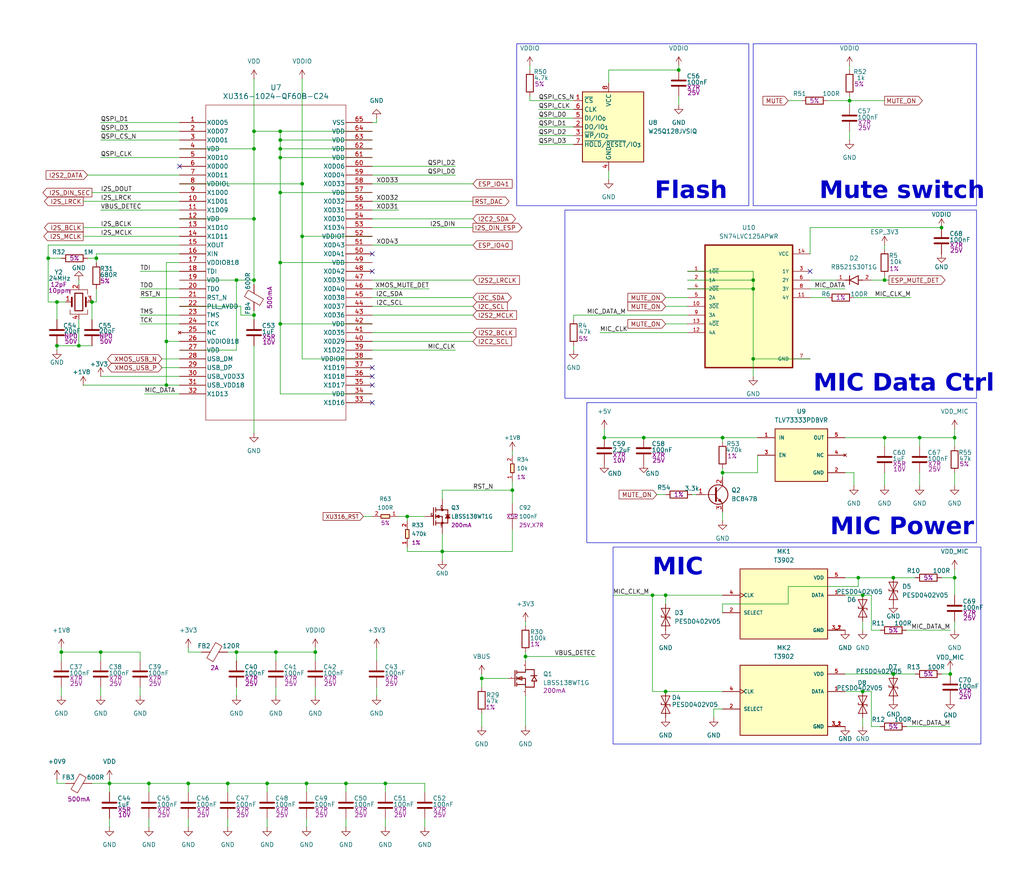
<source format=kicad_sch>
(kicad_sch (version 20250114) (generator "eeschema") (generator_version "9.0")
  (paper "User" 297 260)
  (title_block (title "Home mini drop in PCB replacement") (rev "v1") (company "by iMike78 (inpired by Onju voice and HA VPE)"))
  (rectangle (start 177.8 158.75) (end 284.48 215.9))
  (rectangle (start 149.86 12.7) (end 217.17 59.69))
  (rectangle (start 170.18 116.84) (end 283.21 157.48))
  (rectangle (start 218.44 12.7) (end 283.21 59.69))
  (rectangle (start 163.83 60.96) (end 283.21 115.57))
  (text "Flash" (at 200.406 56.896 0) (effects (font (size 5 5) (bold yes))))
  (text "MIC" (at 196.596 166.116 0) (effects (font (size 5 5) (bold yes))))
  (text "Mute switch" (at 261.62 56.896 0) (effects (font (size 5 5) (bold yes))))
  (text "MIC Power\n" (at 261.62 154.432 0) (effects (font (size 5 5) (bold yes))))
  (text "MIC Data Ctrl" (at 262.128 112.776 0) (effects (font (size 5 5) (bold yes))))
  (junction (at 87.63 68.58))
  (junction (at 248.92 167.64))
  (junction (at 81.28 40.64))
  (junction (at 88.9 227.33))
  (junction (at 91.44 189.23))
  (junction (at 48.26 111.76))
  (junction (at 209.55 137.16))
  (junction (at 100.33 227.33))
  (junction (at 218.44 104.14))
  (junction (at 152.4 190.5))
  (junction (at 193.04 172.72))
  (junction (at 266.7 127))
  (junction (at 73.66 81.28))
  (junction (at 81.28 38.1))
  (junction (at 189.23 172.72))
  (junction (at 87.63 53.34))
  (junction (at 250.19 200.66))
  (junction (at 81.28 76.2))
  (junction (at 246.38 29.21))
  (junction (at 73.66 63.5))
  (junction (at 26.67 87.63))
  (junction (at 73.66 43.18))
  (junction (at 22.86 100.33))
  (junction (at 259.08 167.64))
  (junction (at 68.58 189.23))
  (junction (at 276.86 127))
  (junction (at 81.28 55.88))
  (junction (at 218.44 81.28))
  (junction (at 193.04 200.66))
  (junction (at 16.51 100.33))
  (junction (at 80.01 189.23))
  (junction (at 81.28 45.72))
  (junction (at 17.78 189.23))
  (junction (at 259.08 195.58))
  (junction (at 128.27 160.02))
  (junction (at 175.26 127))
  (junction (at 81.28 43.18))
  (junction (at 77.47 227.33))
  (junction (at 118.11 149.86))
  (junction (at 31.75 227.33))
  (junction (at 68.58 81.28))
  (junction (at 139.7 196.85))
  (junction (at 54.61 227.33))
  (junction (at 275.59 195.58))
  (junction (at 209.55 127))
  (junction (at 256.54 81.28))
  (junction (at 81.28 93.98))
  (junction (at 148.59 142.24))
  (junction (at 196.85 20.32))
  (junction (at 66.04 227.33))
  (junction (at 218.44 83.82))
  (junction (at 256.54 127))
  (junction (at 111.76 227.33))
  (junction (at 276.86 167.64))
  (junction (at 29.21 189.23))
  (junction (at 13.97 74.93))
  (junction (at 73.66 91.44))
  (junction (at 48.26 99.06))
  (junction (at 27.94 74.93))
  (junction (at 250.19 172.72))
  (junction (at 43.18 227.33))
  (junction (at 186.69 127))
  (junction (at 73.66 38.1))
  (junction (at 273.05 66.04))
  (junction (at 16.51 87.63))
  (no_connect (at 234.95 78.74))
  (no_connect (at 52.07 48.26))
  (no_connect (at 107.95 78.74))
  (no_connect (at 107.95 106.68))
  (no_connect (at 107.95 116.84))
  (no_connect (at 107.95 73.66))
  (no_connect (at 107.95 111.76))
  (no_connect (at 107.95 109.22))
  (wire (pts (xy 29.21 45.72) (xy 52.07 45.72)))
  (wire (pts (xy 107.95 76.2) (xy 81.28 76.2)))
  (wire (pts (xy 81.28 93.98) (xy 81.28 114.3)))
  (wire (pts (xy 156.21 34.29) (xy 166.37 34.29)))
  (wire (pts (xy 52.07 88.9) (xy 69.85 88.9)))
  (wire (pts (xy 193.04 172.72) (xy 193.04 175.26)))
  (wire (pts (xy 16.51 227.33) (xy 19.05 227.33)))
  (wire (pts (xy 109.22 34.29) (xy 109.22 35.56)))
  (wire (pts (xy 218.44 104.14) (xy 218.44 109.22)))
  (wire (pts (xy 107.95 71.12) (xy 137.16 71.12)))
  (wire (pts (xy 199.39 78.74) (xy 218.44 78.74)))
  (wire (pts (xy 111.76 227.33) (xy 123.19 227.33)))
  (wire (pts (xy 91.44 199.39) (xy 91.44 201.93)))
  (wire (pts (xy 109.22 187.96) (xy 109.22 191.77)))
  (wire (pts (xy 26.67 87.63) (xy 26.67 92.71)))
  (wire (pts (xy 48.26 99.06) (xy 48.26 111.76)))
  (wire (pts (xy 109.22 199.39) (xy 109.22 201.93)))
  (wire (pts (xy 31.75 227.33) (xy 31.75 229.87)))
  (wire (pts (xy 262.89 210.82) (xy 275.59 210.82)))
  (wire (pts (xy 52.07 109.22) (xy 29.21 109.22)))
  (wire (pts (xy 248.92 170.18) (xy 248.92 167.64)))
  (wire (pts (xy 228.6 170.18) (xy 248.92 170.18)))
  (wire (pts (xy 26.67 55.88) (xy 52.07 55.88)))
  (wire (pts (xy 209.55 148.59) (xy 209.55 151.13)))
  (wire (pts (xy 66.04 227.33) (xy 66.04 229.87)))
  (wire (pts (xy 105.41 149.86) (xy 107.95 149.86)))
  (wire (pts (xy 25.4 74.93) (xy 27.94 74.93)))
  (wire (pts (xy 209.55 175.26) (xy 228.6 175.26)))
  (wire (pts (xy 107.95 93.98) (xy 81.28 93.98)))
  (wire (pts (xy 87.63 104.14) (xy 107.95 104.14)))
  (wire (pts (xy 16.51 226.06) (xy 16.51 227.33)))
  (wire (pts (xy 252.73 81.28) (xy 256.54 81.28)))
  (wire (pts (xy 88.9 237.49) (xy 88.9 240.03)))
  (wire (pts (xy 266.7 137.16) (xy 266.7 140.97)))
  (wire (pts (xy 54.61 237.49) (xy 54.61 240.03)))
  (wire (pts (xy 77.47 237.49) (xy 77.47 240.03)))
  (wire (pts (xy 73.66 63.5) (xy 73.66 81.28)))
  (wire (pts (xy 209.55 177.8) (xy 209.55 175.26)))
  (wire (pts (xy 16.51 100.33) (xy 22.86 100.33)))
  (wire (pts (xy 87.63 68.58) (xy 87.63 104.14)))
  (wire (pts (xy 245.11 200.66) (xy 250.19 200.66)))
  (wire (pts (xy 52.07 73.66) (xy 27.94 73.66)))
  (wire (pts (xy 196.85 27.94) (xy 196.85 30.48)))
  (wire (pts (xy 91.44 187.96) (xy 91.44 189.23)))
  (wire (pts (xy 107.95 66.04) (xy 137.16 66.04)))
  (wire (pts (xy 107.95 58.42) (xy 137.16 58.42)))
  (wire (pts (xy 186.69 127) (xy 209.55 127)))
  (wire (pts (xy 73.66 90.17) (xy 73.66 91.44)))
  (wire (pts (xy 256.54 127) (xy 266.7 127)))
  (wire (pts (xy 218.44 78.74) (xy 218.44 81.28)))
  (wire (pts (xy 29.21 38.1) (xy 52.07 38.1)))
  (wire (pts (xy 54.61 189.23) (xy 58.42 189.23)))
  (wire (pts (xy 207.01 208.28) (xy 207.01 205.74)))
  (wire (pts (xy 81.28 43.18) (xy 81.28 45.72)))
  (wire (pts (xy 54.61 227.33) (xy 66.04 227.33)))
  (wire (pts (xy 107.95 83.82) (xy 124.46 83.82)))
  (wire (pts (xy 66.04 227.33) (xy 77.47 227.33)))
  (wire (pts (xy 228.6 175.26) (xy 228.6 170.18)))
  (wire (pts (xy 52.07 43.18) (xy 73.66 43.18)))
  (wire (pts (xy 54.61 187.96) (xy 54.61 189.23)))
  (wire (pts (xy 107.95 114.3) (xy 81.28 114.3)))
  (wire (pts (xy 13.97 74.93) (xy 13.97 87.63)))
  (wire (pts (xy 80.01 199.39) (xy 80.01 201.93)))
  (wire (pts (xy 266.7 127) (xy 276.86 127)))
  (wire (pts (xy 276.86 124.46) (xy 276.86 127)))
  (wire (pts (xy 256.54 71.12) (xy 256.54 72.39)))
  (wire (pts (xy 193.04 172.72) (xy 209.55 172.72)))
  (wire (pts (xy 107.95 88.9) (xy 137.16 88.9)))
  (wire (pts (xy 199.39 83.82) (xy 218.44 83.82)))
  (wire (pts (xy 107.95 101.6) (xy 132.08 101.6)))
  (wire (pts (xy 152.4 180.34) (xy 152.4 181.61)))
  (wire (pts (xy 46.99 106.68) (xy 52.07 106.68)))
  (wire (pts (xy 87.63 68.58) (xy 107.95 68.58)))
  (wire (pts (xy 234.95 66.04) (xy 273.05 66.04)))
  (wire (pts (xy 29.21 199.39) (xy 29.21 201.93)))
  (wire (pts (xy 118.11 158.75) (xy 118.11 160.02)))
  (wire (pts (xy 218.44 83.82) (xy 218.44 104.14)))
  (wire (pts (xy 27.94 87.63) (xy 26.67 87.63)))
  (wire (pts (xy 115.57 149.86) (xy 118.11 149.86)))
  (wire (pts (xy 175.26 127) (xy 186.69 127)))
  (wire (pts (xy 73.66 91.44) (xy 73.66 92.71)))
  (wire (pts (xy 27.94 74.93) (xy 27.94 76.2)))
  (wire (pts (xy 245.11 137.16) (xy 247.65 137.16)))
  (wire (pts (xy 234.95 73.66) (xy 234.95 66.04)))
  (wire (pts (xy 29.21 60.96) (xy 52.07 60.96)))
  (wire (pts (xy 81.28 40.64) (xy 81.28 43.18)))
  (wire (pts (xy 276.86 180.34) (xy 276.86 182.88)))
  (wire (pts (xy 69.85 91.44) (xy 73.66 91.44)))
  (wire (pts (xy 156.21 41.91) (xy 166.37 41.91)))
  (wire (pts (xy 193.04 86.36) (xy 199.39 86.36)))
  (wire (pts (xy 209.55 135.89) (xy 209.55 137.16)))
  (wire (pts (xy 73.66 81.28) (xy 73.66 82.55)))
  (wire (pts (xy 81.28 38.1) (xy 81.28 40.64)))
  (wire (pts (xy 81.28 55.88) (xy 81.28 76.2)))
  (wire (pts (xy 52.07 111.76) (xy 48.26 111.76)))
  (wire (pts (xy 29.21 40.64) (xy 52.07 40.64)))
  (wire (pts (xy 31.75 226.06) (xy 31.75 227.33)))
  (wire (pts (xy 43.18 237.49) (xy 43.18 240.03)))
  (wire (pts (xy 87.63 53.34) (xy 87.63 68.58)))
  (wire (pts (xy 128.27 154.94) (xy 128.27 160.02)))
  (wire (pts (xy 139.7 195.58) (xy 139.7 196.85)))
  (wire (pts (xy 29.21 189.23) (xy 29.21 191.77)))
  (wire (pts (xy 273.05 195.58) (xy 275.59 195.58)))
  (wire (pts (xy 209.55 137.16) (xy 209.55 138.43)))
  (wire (pts (xy 66.04 237.49) (xy 66.04 240.03)))
  (wire (pts (xy 153.67 29.21) (xy 166.37 29.21)))
  (wire (pts (xy 111.76 227.33) (xy 111.76 229.87)))
  (wire (pts (xy 100.33 227.33) (xy 111.76 227.33)))
  (wire (pts (xy 73.66 100.33) (xy 73.66 125.73)))
  (wire (pts (xy 118.11 149.86) (xy 118.11 151.13)))
  (wire (pts (xy 190.5 143.51) (xy 193.04 143.51)))
  (wire (pts (xy 156.21 31.75) (xy 166.37 31.75)))
  (wire (pts (xy 245.11 195.58) (xy 259.08 195.58)))
  (wire (pts (xy 276.86 165.1) (xy 276.86 167.64)))
  (wire (pts (xy 48.26 111.76) (xy 24.13 111.76)))
  (wire (pts (xy 31.75 237.49) (xy 31.75 240.03)))
  (wire (pts (xy 22.86 100.33) (xy 26.67 100.33)))
  (wire (pts (xy 16.51 87.63) (xy 19.05 87.63)))
  (wire (pts (xy 40.64 86.36) (xy 52.07 86.36)))
  (wire (pts (xy 156.21 36.83) (xy 166.37 36.83)))
  (wire (pts (xy 123.19 237.49) (xy 123.19 240.03)))
  (wire (pts (xy 246.38 27.94) (xy 246.38 29.21)))
  (wire (pts (xy 66.04 189.23) (xy 68.58 189.23)))
  (wire (pts (xy 40.64 199.39) (xy 40.64 201.93)))
  (wire (pts (xy 266.7 127) (xy 266.7 129.54)))
  (wire (pts (xy 118.11 149.86) (xy 123.19 149.86)))
  (wire (pts (xy 73.66 43.18) (xy 73.66 63.5)))
  (wire (pts (xy 153.67 19.05) (xy 153.67 20.32)))
  (wire (pts (xy 68.58 81.28) (xy 73.66 81.28)))
  (wire (pts (xy 148.59 139.7) (xy 148.59 142.24)))
  (wire (pts (xy 52.07 81.28) (xy 68.58 81.28)))
  (wire (pts (xy 276.86 167.64) (xy 276.86 172.72)))
  (wire (pts (xy 246.38 29.21) (xy 246.38 30.48)))
  (wire (pts (xy 52.07 63.5) (xy 73.66 63.5)))
  (wire (pts (xy 193.04 200.66) (xy 209.55 200.66)))
  (wire (pts (xy 175.26 124.46) (xy 175.26 127)))
  (wire (pts (xy 234.95 86.36) (xy 240.03 86.36)))
  (wire (pts (xy 111.76 237.49) (xy 111.76 240.03)))
  (wire (pts (xy 88.9 227.33) (xy 100.33 227.33)))
  (wire (pts (xy 16.51 100.33) (xy 16.51 101.6)))
  (wire (pts (xy 219.71 137.16) (xy 209.55 137.16)))
  (wire (pts (xy 275.59 194.31) (xy 275.59 195.58)))
  (wire (pts (xy 189.23 200.66) (xy 193.04 200.66)))
  (wire (pts (xy 24.13 58.42) (xy 52.07 58.42)))
  (wire (pts (xy 156.21 39.37) (xy 166.37 39.37)))
  (wire (pts (xy 152.4 190.5) (xy 152.4 191.77)))
  (wire (pts (xy 40.64 78.74) (xy 52.07 78.74)))
  (wire (pts (xy 80.01 189.23) (xy 80.01 191.77)))
  (wire (pts (xy 13.97 74.93) (xy 17.78 74.93)))
  (wire (pts (xy 22.86 81.28) (xy 22.86 82.55)))
  (wire (pts (xy 52.07 71.12) (xy 13.97 71.12)))
  (wire (pts (xy 52.07 76.2) (xy 48.26 76.2)))
  (wire (pts (xy 255.27 182.88) (xy 252.73 182.88)))
  (wire (pts (xy 46.99 104.14) (xy 52.07 104.14)))
  (wire (pts (xy 128.27 142.24) (xy 128.27 144.78)))
  (wire (pts (xy 88.9 227.33) (xy 88.9 229.87)))
  (wire (pts (xy 31.75 227.33) (xy 43.18 227.33)))
  (wire (pts (xy 152.4 201.93) (xy 152.4 210.82)))
  (wire (pts (xy 166.37 100.33) (xy 166.37 101.6)))
  (wire (pts (xy 262.89 182.88) (xy 275.59 182.88)))
  (wire (pts (xy 81.28 45.72) (xy 107.95 45.72)))
  (wire (pts (xy 196.85 19.05) (xy 196.85 20.32)))
  (wire (pts (xy 81.28 40.64) (xy 107.95 40.64)))
  (wire (pts (xy 273.05 167.64) (xy 276.86 167.64)))
  (wire (pts (xy 252.73 210.82) (xy 252.73 200.66)))
  (wire (pts (xy 54.61 227.33) (xy 54.61 229.87)))
  (wire (pts (xy 107.95 91.44) (xy 137.16 91.44)))
  (wire (pts (xy 218.44 81.28) (xy 218.44 83.82)))
  (wire (pts (xy 68.58 189.23) (xy 68.58 191.77)))
  (wire (pts (xy 123.19 227.33) (xy 123.19 229.87)))
  (wire (pts (xy 25.4 50.8) (xy 52.07 50.8)))
  (wire (pts (xy 189.23 172.72) (xy 193.04 172.72)))
  (wire (pts (xy 166.37 92.71) (xy 166.37 91.44)))
  (wire (pts (xy 52.07 101.6) (xy 68.58 101.6)))
  (wire (pts (xy 234.95 83.82) (xy 245.11 83.82)))
  (wire (pts (xy 248.92 167.64) (xy 259.08 167.64)))
  (wire (pts (xy 107.95 55.88) (xy 81.28 55.88)))
  (wire (pts (xy 73.66 22.86) (xy 73.66 38.1)))
  (wire (pts (xy 77.47 227.33) (xy 77.47 229.87)))
  (wire (pts (xy 246.38 29.21) (xy 256.54 29.21)))
  (wire (pts (xy 259.08 195.58) (xy 265.43 195.58)))
  (wire (pts (xy 252.73 172.72) (xy 250.19 172.72)))
  (wire (pts (xy 100.33 227.33) (xy 100.33 229.87)))
  (wire (pts (xy 107.95 50.8) (xy 132.08 50.8)))
  (wire (pts (xy 245.11 127) (xy 256.54 127)))
  (wire (pts (xy 139.7 196.85) (xy 139.7 199.39)))
  (wire (pts (xy 250.19 210.82) (xy 250.19 208.28)))
  (wire (pts (xy 240.03 29.21) (xy 246.38 29.21)))
  (wire (pts (xy 276.86 127) (xy 276.86 129.54)))
  (wire (pts (xy 209.55 127) (xy 209.55 128.27)))
  (wire (pts (xy 107.95 81.28) (xy 137.16 81.28)))
  (wire (pts (xy 40.64 83.82) (xy 52.07 83.82)))
  (wire (pts (xy 252.73 182.88) (xy 252.73 172.72)))
  (wire (pts (xy 218.44 104.14) (xy 234.95 104.14)))
  (wire (pts (xy 81.28 43.18) (xy 107.95 43.18)))
  (wire (pts (xy 43.18 227.33) (xy 54.61 227.33)))
  (wire (pts (xy 41.91 114.3) (xy 52.07 114.3)))
  (wire (pts (xy 107.95 48.26) (xy 132.08 48.26)))
  (wire (pts (xy 29.21 35.56) (xy 52.07 35.56)))
  (wire (pts (xy 40.64 91.44) (xy 52.07 91.44)))
  (wire (pts (xy 173.99 96.52) (xy 199.39 96.52)))
  (wire (pts (xy 24.13 68.58) (xy 52.07 68.58)))
  (wire (pts (xy 166.37 91.44) (xy 199.39 91.44)))
  (wire (pts (xy 22.86 92.71) (xy 22.86 100.33)))
  (wire (pts (xy 176.53 49.53) (xy 176.53 52.07)))
  (wire (pts (xy 17.78 199.39) (xy 17.78 201.93)))
  (wire (pts (xy 40.64 93.98) (xy 52.07 93.98)))
  (wire (pts (xy 48.26 76.2) (xy 48.26 99.06)))
  (wire (pts (xy 77.47 227.33) (xy 88.9 227.33)))
  (wire (pts (xy 148.59 153.67) (xy 148.59 160.02)))
  (wire (pts (xy 68.58 189.23) (xy 80.01 189.23)))
  (wire (pts (xy 207.01 205.74) (xy 209.55 205.74)))
  (wire (pts (xy 29.21 189.23) (xy 17.78 189.23)))
  (wire (pts (xy 246.38 19.05) (xy 246.38 20.32)))
  (wire (pts (xy 118.11 160.02) (xy 128.27 160.02)))
  (wire (pts (xy 107.95 96.52) (xy 137.16 96.52)))
  (wire (pts (xy 196.85 20.32) (xy 176.53 20.32)))
  (wire (pts (xy 177.8 172.72) (xy 189.23 172.72)))
  (wire (pts (xy 276.86 137.16) (xy 276.86 140.97)))
  (wire (pts (xy 189.23 200.66) (xy 189.23 172.72)))
  (wire (pts (xy 139.7 207.01) (xy 139.7 210.82)))
  (wire (pts (xy 234.95 81.28) (xy 242.57 81.28)))
  (wire (pts (xy 219.71 132.08) (xy 219.71 137.16)))
  (wire (pts (xy 68.58 101.6) (xy 68.58 81.28)))
  (wire (pts (xy 176.53 20.32) (xy 176.53 24.13)))
  (wire (pts (xy 52.07 53.34) (xy 87.63 53.34)))
  (wire (pts (xy 43.18 227.33) (xy 43.18 229.87)))
  (wire (pts (xy 24.13 66.04) (xy 52.07 66.04)))
  (wire (pts (xy 252.73 200.66) (xy 250.19 200.66)))
  (wire (pts (xy 16.51 87.63) (xy 16.51 92.71)))
  (wire (pts (xy 256.54 137.16) (xy 256.54 140.97)))
  (wire (pts (xy 247.65 137.16) (xy 247.65 140.97)))
  (wire (pts (xy 148.59 130.81) (xy 148.59 132.08)))
  (wire (pts (xy 40.64 191.77) (xy 40.64 189.23)))
  (wire (pts (xy 246.38 38.1) (xy 246.38 40.64)))
  (wire (pts (xy 152.4 190.5) (xy 172.72 190.5)))
  (wire (pts (xy 17.78 189.23) (xy 17.78 191.77)))
  (wire (pts (xy 26.67 227.33) (xy 31.75 227.33)))
  (wire (pts (xy 256.54 127) (xy 256.54 129.54)))
  (wire (pts (xy 40.64 189.23) (xy 29.21 189.23)))
  (wire (pts (xy 200.66 143.51) (xy 201.93 143.51)))
  (wire (pts (xy 81.28 76.2) (xy 81.28 93.98)))
  (wire (pts (xy 17.78 187.96) (xy 17.78 189.23)))
  (wire (pts (xy 27.94 73.66) (xy 27.94 74.93)))
  (wire (pts (xy 73.66 38.1) (xy 81.28 38.1)))
  (wire (pts (xy 107.95 38.1) (xy 81.28 38.1)))
  (wire (pts (xy 256.54 80.01) (xy 256.54 81.28)))
  (wire (pts (xy 52.07 99.06) (xy 48.26 99.06)))
  (wire (pts (xy 152.4 189.23) (xy 152.4 190.5)))
  (wire (pts (xy 193.04 93.98) (xy 199.39 93.98)))
  (wire (pts (xy 209.55 127) (xy 219.71 127)))
  (wire (pts (xy 245.11 172.72) (xy 250.19 172.72)))
  (wire (pts (xy 245.11 167.64) (xy 248.92 167.64)))
  (wire (pts (xy 107.95 86.36) (xy 137.16 86.36)))
  (wire (pts (xy 87.63 22.86) (xy 87.63 53.34)))
  (wire (pts (xy 139.7 196.85) (xy 147.32 196.85)))
  (wire (pts (xy 91.44 189.23) (xy 91.44 191.77)))
  (wire (pts (xy 107.95 53.34) (xy 137.16 53.34)))
  (wire (pts (xy 69.85 88.9) (xy 69.85 91.44)))
  (wire (pts (xy 228.6 29.21) (xy 232.41 29.21)))
  (wire (pts (xy 193.04 88.9) (xy 199.39 88.9)))
  (wire (pts (xy 128.27 160.02) (xy 148.59 160.02)))
  (wire (pts (xy 73.66 38.1) (xy 73.66 43.18)))
  (wire (pts (xy 255.27 210.82) (xy 252.73 210.82)))
  (wire (pts (xy 247.65 86.36) (xy 264.16 86.36)))
  (wire (pts (xy 107.95 60.96) (xy 115.57 60.96)))
  (wire (pts (xy 259.08 167.64) (xy 265.43 167.64)))
  (wire (pts (xy 107.95 63.5) (xy 137.16 63.5)))
  (wire (pts (xy 13.97 87.63) (xy 16.51 87.63)))
  (wire (pts (xy 80.01 189.23) (xy 91.44 189.23)))
  (wire (pts (xy 128.27 160.02) (xy 128.27 162.56)))
  (wire (pts (xy 68.58 199.39) (xy 68.58 201.93)))
  (wire (pts (xy 107.95 99.06) (xy 137.16 99.06)))
  (wire (pts (xy 109.22 35.56) (xy 107.95 35.56)))
  (wire (pts (xy 27.94 83.82) (xy 27.94 87.63)))
  (wire (pts (xy 148.59 142.24) (xy 148.59 146.05)))
  (wire (pts (xy 153.67 27.94) (xy 153.67 29.21)))
  (wire (pts (xy 199.39 81.28) (xy 218.44 81.28)))
  (wire (pts (xy 148.59 142.24) (xy 128.27 142.24)))
  (wire (pts (xy 81.28 45.72) (xy 81.28 55.88)))
  (wire (pts (xy 100.33 237.49) (xy 100.33 240.03)))
  (wire (pts (xy 13.97 71.12) (xy 13.97 74.93)))
  (wire (pts (xy 256.54 81.28) (xy 257.81 81.28)))
  (wire (pts (xy 250.19 182.88) (xy 250.19 180.34)))
  (label "QSPI_D0" (at 132.08 50.8 180))
  (label "I2S_DOUT" (at 29.21 55.88 0))
  (label "VBUS_DETEC" (at 29.21 60.96 0))
  (label "I2S_MCLK" (at 29.21 68.58 0))
  (label "QSPI_D1" (at 156.21 36.83 0))
  (label "RST_N" (at 137.16 142.24 0))
  (label "TDO" (at 40.64 83.82 0))
  (label "MIC_DATA_M" (at 170.18 91.44 0))
  (label "MIC_DATA_M" (at 275.59 182.88 180))
  (label "I2S_BCLK" (at 29.21 66.04 0))
  (label "RST_N" (at 40.64 86.36 0))
  (label "QSPI_CLK" (at 156.21 31.75 0))
  (label "XOD43" (at 115.57 71.12 180))
  (label "QSPI_CLK" (at 29.21 45.72 0))
  (label "TMS" (at 40.64 91.44 0))
  (label "MIC_CLK_M" (at 264.16 86.36 180))
  (label "XOD31" (at 115.57 60.96 180))
  (label "MIC_CLK" (at 132.08 101.6 180))
  (label "QSPI_D2" (at 156.21 39.37 0))
  (label "QSPI_CS_N" (at 156.21 29.21 0))
  (label "QSPI_D2" (at 132.08 48.26 180))
  (label "MIC_CLK_M" (at 177.8 172.72 0))
  (label "TDI" (at 40.64 78.74 0))
  (label "QSPI_CS_N" (at 29.21 40.64 0))
  (label "I2C_SDA" (at 116.84 86.36 180))
  (label "MIC_DATA_M" (at 275.59 210.82 180))
  (label "MIC_CLK" (at 173.99 96.52 0))
  (label "MIC_DATA" (at 41.91 114.3 0))
  (label "I2C_SCL" (at 116.84 88.9 180))
  (label "MIC_DATA" (at 245.11 83.82 180))
  (label "XMOS_MUTE_DET" (at 124.46 83.82 180))
  (label "TCK" (at 40.64 93.98 0))
  (label "QSPI_D1" (at 29.21 35.56 0))
  (label "QSPI_D3" (at 156.21 41.91 0))
  (label "QSPI_D0" (at 156.21 34.29 0))
  (label "VBUS_DETEC" (at 172.72 190.5 180))
  (label "XOD32" (at 115.57 58.42 180))
  (label "QSPI_D3" (at 29.21 38.1 0))
  (label "I2S_LRCK" (at 29.21 58.42 0))
  (label "XOD33" (at 115.57 53.34 180))
  (label "I2S_DIN" (at 132.08 66.04 180))
  (global_label "I2S2_BCLK" (shape input) (at 137.16 96.52 0) (property "Intersheetrefs" "${INTERSHEET_REFS}" (effects (hide yes))))
  (global_label "ESP_MUTE_DET" (shape output) (at 257.81 81.28 0) (property "Intersheetrefs" "${INTERSHEET_REFS}" (effects (hide yes))))
  (global_label "MUTE_ON" (shape input) (at 190.5 143.51 180) (property "Intersheetrefs" "${INTERSHEET_REFS}" (effects (hide yes))))
  (global_label "ESP_IO41" (shape input) (at 137.16 53.34 0) (property "Intersheetrefs" "${INTERSHEET_REFS}" (effects (hide yes))))
  (global_label "ESP_IO40" (shape input) (at 137.16 71.12 0) (property "Intersheetrefs" "${INTERSHEET_REFS}" (effects (hide yes))))
  (global_label "MUTE_ON" (shape input) (at 193.04 93.98 180) (property "Intersheetrefs" "${INTERSHEET_REFS}" (effects (hide yes))))
  (global_label "MUTE_ON" (shape output) (at 256.54 29.21 0) (property "Intersheetrefs" "${INTERSHEET_REFS}" (effects (hide yes))))
  (global_label "I2S_DIN_SEC" (shape output) (at 26.67 55.88 180) (property "Intersheetrefs" "${INTERSHEET_REFS}" (effects (hide yes))))
  (global_label "I2C_SCL" (shape input) (at 137.16 88.9 0) (property "Intersheetrefs" "${INTERSHEET_REFS}" (effects (hide yes))))
  (global_label "MUTE_ON" (shape input) (at 193.04 88.9 180) (property "Intersheetrefs" "${INTERSHEET_REFS}" (effects (hide yes))))
  (global_label "I2C2_SCL" (shape input) (at 137.16 99.06 0) (property "Intersheetrefs" "${INTERSHEET_REFS}" (effects (hide yes))))
  (global_label "I2S_DIN_ESP" (shape output) (at 137.16 66.04 0) (property "Intersheetrefs" "${INTERSHEET_REFS}" (effects (hide yes))))
  (global_label "I2S2_LRCLK" (shape input) (at 137.16 81.28 0) (property "Intersheetrefs" "${INTERSHEET_REFS}" (effects (hide yes))))
  (global_label "I2C_SDA" (shape bidirectional) (at 137.16 86.36 0) (property "Intersheetrefs" "${INTERSHEET_REFS}" (effects (hide yes))))
  (global_label "MUTE_ON" (shape input) (at 193.04 86.36 180) (property "Intersheetrefs" "${INTERSHEET_REFS}" (effects (hide yes))))
  (global_label "I2S2_DATA" (shape input) (at 25.4 50.8 180) (property "Intersheetrefs" "${INTERSHEET_REFS}" (effects (hide yes))))
  (global_label "I2C2_SDA" (shape bidirectional) (at 137.16 63.5 0) (property "Intersheetrefs" "${INTERSHEET_REFS}" (effects (hide yes))))
  (global_label "MUTE" (shape input) (at 228.6 29.21 180) (property "Intersheetrefs" "${INTERSHEET_REFS}" (effects (hide yes))))
  (global_label "I2S_LRCK" (shape output) (at 24.13 58.42 180) (property "Intersheetrefs" "${INTERSHEET_REFS}" (effects (hide yes))))
  (global_label "XMOS_USB_P" (shape bidirectional) (at 46.99 106.68 180) (property "Intersheetrefs" "${INTERSHEET_REFS}" (effects (hide yes))))
  (global_label "RST_DAC" (shape output) (at 137.16 58.42 0) (property "Intersheetrefs" "${INTERSHEET_REFS}" (effects (hide yes))))
  (global_label "I2S_MCLK" (shape output) (at 24.13 68.58 180) (property "Intersheetrefs" "${INTERSHEET_REFS}" (effects (hide yes))))
  (global_label "I2S_BCLK" (shape output) (at 24.13 66.04 180) (property "Intersheetrefs" "${INTERSHEET_REFS}" (effects (hide yes))))
  (global_label "XU316_RST" (shape input) (at 105.41 149.86 180) (effects (font (size 1.143 1.143))) (property "Intersheetrefs" "${INTERSHEET_REFS}" (effects (hide yes))))
  (global_label "XMOS_USB_N" (shape bidirectional) (at 46.99 104.14 180) (property "Intersheetrefs" "${INTERSHEET_REFS}" (effects (hide yes))))
  (global_label "I2S2_MCLK" (shape input) (at 137.16 91.44 0) (property "Intersheetrefs" "${INTERSHEET_REFS}" (effects (hide yes))))
  (symbol (lib_id "Seeed_libadl:Resistors/301010047") (at 148.59 135.89 90) (unit 1)
    (property "Reference" "R34" (at 149.86 133.35 90) (effects (font (size 1.143 1.143)) (justify right)))
    (property "Value" "10k" (at 149.86 135.89 90) (effects (font (size 1.143 1.143)) (justify right)))
    (property "Footprint" "Resistor_SMD:R_0402_1005Metric" (effects (hide yes)))
    (property "Description" "SMD RES 10K-1%-1/16W;0402" (effects (hide yes)))
    (property "Manufacturer" "UNI-ROYAL(Uniroyal Elec)" (effects (hide yes)))
    (property "MPN" "RC0402FR-0710KL" (effects (hide yes)))
    (property "SKU" "301010047" (effects (hide yes)))
    (property "Resistance" "10K" (effects (hide yes)))
    (property "Part Type" "RES" (effects (hide yes)))
    (property "Power Rating" "1%" (at 149.86 138.43 90) (effects (font (size 1.143 1.143)) (justify right)))
    (property "Status" "BeagleBone Carrier Board" (effects (hide yes)))
    (property "Temperature" "-55°C to 155°C" (effects (hide yes)))
    (property "Manufacturer Part" "0402WGF1002TCE" (effects (hide yes)))
    (property "Supplier Part" "C25744" (effects (hide yes)))
    (property "Function" "XMOS" (effects (hide yes)))
    (property "LCSC Part #" "C25744" (effects (hide yes)))
  )
  (symbol (lib_id "Device:C") (at 186.69 130.81 0) (unit 1)
    (property "Reference" "C58" (at 188.976 128.778 0) (effects (justify left)))
    (property "Value" "100nF" (at 188.976 130.556 0) (effects (justify left)))
    (property "Footprint" "Capacitor_SMD:C_0402_1005Metric" (effects (hide yes)))
    (property "Description" "Unpolarized capacitor" (effects (hide yes)))
    (property "Dielectric" "X7R" (at 191.008 132.08 0))
    (property "Voltage" "25V" (at 191.008 133.604 0))
    (property "Function" "MIC" (effects (hide yes)))
  )
  (symbol (lib_id "power:GND") (at 275.59 203.2 0) (unit 1)
    (property "Reference" "#PWR0137" (effects (hide yes)))
    (property "Value" "GND" (at 275.59 207.518 0))
    (property "Description" "Power symbol creates a global label with name \"GND\" , ground" (effects (hide yes)))
  )
  (symbol (lib_id "New_Library:VDD_MIC") (at 276.86 124.46 0) (unit 1)
    (property "Reference" "#PWR0115" (effects (hide yes)))
    (property "Value" "VDD_MIC" (at 276.86 119.38 0))
    (property "Description" "Power symbol creates a global label with name \"+3.3V\"" (effects (hide yes)))
  )
  (symbol (lib_id "New_Library:ESP_3V3") (at 256.54 71.12 0) (unit 1)
    (property "Reference" "#PWR0122" (effects (hide yes)))
    (property "Value" "ESP_3V3" (at 256.54 67.31 0))
    (property "Description" "Power symbol creates a global label with name \"+3.3V\"" (effects (hide yes)))
  )
  (symbol (lib_id "Device:FerriteBead") (at 22.86 227.33 90) (unit 1)
    (property "Reference" "FB3" (at 19.812 225.552 90))
    (property "Value" "600R" (at 27.686 225.552 90))
    (property "Footprint" "Onju:BLM18PG121SN1D" (effects (hide yes)))
    (property "Description" "Ferrite bead, 600Ω @ 100MHz, 500mA" (effects (hide yes)))
    (property "Function" "XMOS" (effects (hide yes)))
    (property "Current" "500mA" (at 22.86 231.902 90))
    (property "Part number" "BLM18AG601SN1D" (effects (hide yes)))
    (property "Manufacturer" "Murata" (effects (hide yes)))
  )
  (symbol (lib_id "Device:C") (at 43.18 233.68 0) (unit 1)
    (property "Reference" "C45" (at 45.466 231.648 0) (effects (justify left)))
    (property "Value" "100nF" (at 45.466 233.426 0) (effects (justify left)))
    (property "Footprint" "Capacitor_SMD:C_0402_1005Metric" (effects (hide yes)))
    (property "Description" "Unpolarized capacitor" (effects (hide yes)))
    (property "Dielectric" "X7R" (at 47.498 234.95 0))
    (property "Voltage" "25V" (at 47.498 236.474 0))
    (property "Function" "XMOS" (effects (hide yes)))
  )
  (symbol (lib_id "Device:C") (at 266.7 133.35 0) (unit 1)
    (property "Reference" "C67" (at 268.986 131.318 0) (effects (justify left)))
    (property "Value" "100nF" (at 268.986 133.096 0) (effects (justify left)))
    (property "Footprint" "Capacitor_SMD:C_0402_1005Metric" (effects (hide yes)))
    (property "Description" "Unpolarized capacitor" (effects (hide yes)))
    (property "Dielectric" "X7R" (at 271.018 134.62 0))
    (property "Voltage" "25V" (at 271.018 136.144 0))
    (property "Function" "MIC" (effects (hide yes)))
  )
  (symbol (lib_id "power:GND") (at 80.01 201.93 0) (unit 1)
    (property "Reference" "#PWR080" (effects (hide yes)))
    (property "Value" "GND" (at 80.01 207.01 0))
    (property "Description" "Power symbol creates a global label with name \"GND\" , ground" (effects (hide yes)))
  )
  (symbol (lib_id "Device:C") (at 175.26 130.81 0) (unit 1)
    (property "Reference" "C59" (at 177.546 128.778 0) (effects (justify left)))
    (property "Value" "2.2uF" (at 177.546 130.556 0) (effects (justify left)))
    (property "Footprint" "Capacitor_SMD:C_0402_1005Metric" (effects (hide yes)))
    (property "Description" "Unpolarized capacitor" (effects (hide yes)))
    (property "Dielectric" "X7R" (at 179.578 132.08 0))
    (property "Voltage" "10V" (at 179.578 133.604 0))
    (property "Function" "MIC" (effects (hide yes)))
  )
  (symbol (lib_id "Device:R") (at 139.7 203.2 0) (unit 1)
    (property "Reference" "R29" (at 140.97 201.676 0) (effects (justify left)))
    (property "Value" "47k" (at 140.97 203.454 0) (effects (justify left)))
    (property "Footprint" "Resistor_SMD:R_0402_1005Metric" (effects (hide yes)))
    (property "Description" "Resistor" (effects (hide yes)))
    (property "Tolerance" "1%" (at 142.24 205.232 0))
    (property "Function" "XMOS" (effects (hide yes)))
  )
  (symbol (lib_id "power:GND") (at 109.22 201.93 0) (unit 1)
    (property "Reference" "#PWR083" (effects (hide yes)))
    (property "Value" "GND" (at 109.22 207.01 0))
    (property "Description" "Power symbol creates a global label with name \"GND\" , ground" (effects (hide yes)))
  )
  (symbol (lib_id "power:GND") (at 256.54 140.97 0) (unit 1)
    (property "Reference" "#PWR0116" (effects (hide yes)))
    (property "Value" "GND" (at 256.54 146.05 0))
    (property "Description" "Power symbol creates a global label with name \"GND\" , ground" (effects (hide yes)))
  )
  (symbol (lib_id "power:GND") (at 276.86 182.88 0) (unit 1)
    (property "Reference" "#PWR0135" (effects (hide yes)))
    (property "Value" "GND" (at 276.86 187.96 0))
    (property "Description" "Power symbol creates a global label with name \"GND\" , ground" (effects (hide yes)))
  )
  (symbol (lib_id "power:GND") (at 247.65 140.97 0) (unit 1)
    (property "Reference" "#PWR0119" (effects (hide yes)))
    (property "Value" "GND" (at 247.65 146.05 0))
    (property "Description" "Power symbol creates a global label with name \"GND\" , ground" (effects (hide yes)))
  )
  (symbol (lib_id "power:GND") (at 186.69 134.62 0) (unit 1)
    (property "Reference" "#PWR0113" (effects (hide yes)))
    (property "Value" "GND" (at 189.23 137.414 0))
    (property "Description" "Power symbol creates a global label with name \"GND\" , ground" (effects (hide yes)))
  )
  (symbol (lib_id "Device:R") (at 21.59 74.93 90) (unit 1)
    (property "Reference" "R32" (at 17.018 73.152 90))
    (property "Value" "1M" (at 25.654 73.152 90))
    (property "Footprint" "Resistor_SMD:R_0402_1005Metric" (effects (hide yes)))
    (property "Description" "Resistor" (effects (hide yes)))
    (property "Tolerance" "5%" (at 21.59 74.93 90))
    (property "Function" "XMOS" (effects (hide yes)))
  )
  (symbol (lib_id "power:GND") (at 246.38 40.64 0) (unit 1)
    (property "Reference" "#PWR0110" (effects (hide yes)))
    (property "Value" "GND" (at 246.38 45.72 0))
    (property "Description" "Power symbol creates a global label with name \"GND\" , ground" (effects (hide yes)))
  )
  (symbol (lib_id "power:GND") (at 250.19 182.88 0) (unit 1)
    (property "Reference" "#PWR0130" (effects (hide yes)))
    (property "Value" "GND" (at 250.19 187.96 0))
    (property "Description" "Power symbol creates a global label with name \"GND\" , ground" (effects (hide yes)))
  )
  (symbol (lib_id "power:+3V3") (at 29.21 109.22 0) (unit 1)
    (property "Reference" "#PWR071" (effects (hide yes)))
    (property "Value" "+3V3" (at 28.702 105.664 0))
    (property "Description" "Power symbol creates a global label with name \"+3V3\"" (effects (hide yes)))
  )
  (symbol (lib_id "power:GND") (at 100.33 240.03 0) (unit 1)
    (property "Reference" "#PWR092" (effects (hide yes)))
    (property "Value" "GND" (at 100.33 245.11 0))
    (property "Description" "Power symbol creates a global label with name \"GND\" , ground" (effects (hide yes)))
  )
  (symbol (lib_id "Device:C") (at 275.59 199.39 0) (unit 1)
    (property "Reference" "C70" (at 277.876 197.358 0) (effects (justify left)))
    (property "Value" "100nF" (at 277.876 199.136 0) (effects (justify left)))
    (property "Footprint" "Capacitor_SMD:C_0402_1005Metric" (effects (hide yes)))
    (property "Description" "Unpolarized capacitor" (effects (hide yes)))
    (property "Dielectric" "X7R" (at 279.908 200.66 0))
    (property "Voltage" "25V" (at 279.908 202.184 0))
    (property "Function" "MIC" (effects (hide yes)))
  )
  (symbol (lib_id "Device:C") (at 73.66 96.52 0) (unit 1)
    (property "Reference" "C53" (at 75.946 94.488 0) (effects (justify left)))
    (property "Value" "1uF" (at 75.946 96.266 0) (effects (justify left)))
    (property "Footprint" "Capacitor_SMD:C_0402_1005Metric" (effects (hide yes)))
    (property "Description" "Unpolarized capacitor" (effects (hide yes)))
    (property "Dielectric" "X5R" (at 77.978 97.79 0))
    (property "Voltage" "10V" (at 77.978 99.314 0))
    (property "Function" "XMOS" (effects (hide yes)))
  )
  (symbol (lib_id "power:GND") (at 218.44 109.22 0) (unit 1)
    (property "Reference" "#PWR0120" (effects (hide yes)))
    (property "Value" "GND" (at 218.44 114.3 0))
    (property "Description" "Power symbol creates a global label with name \"GND\" , ground" (effects (hide yes)))
  )
  (symbol (lib_id "power:GND") (at 139.7 210.82 0) (unit 1)
    (property "Reference" "#PWR096" (effects (hide yes)))
    (property "Value" "GND" (at 139.7 215.9 0))
    (property "Description" "Power symbol creates a global label with name \"GND\" , ground" (effects (hide yes)))
  )
  (symbol (lib_id "Device:C") (at 16.51 96.52 0) (unit 1)
    (property "Reference" "C54" (at 18.288 94.488 0) (effects (justify left)))
    (property "Value" "20pF" (at 18.542 96.012 0) (effects (justify left)))
    (property "Footprint" "Capacitor_SMD:C_0402_1005Metric" (effects (hide yes)))
    (property "Description" "Unpolarized capacitor" (effects (hide yes)))
    (property "Dielectric" "NP0" (at 20.574 97.536 0))
    (property "Voltage" "50V" (at 20.574 99.06 0))
    (property "Function" "XMOS" (effects (hide yes)))
  )
  (symbol (lib_id "Device:R") (at 246.38 24.13 180) (unit 1)
    (property "Reference" "R52" (at 249.428 20.828 0))
    (property "Value" "1k" (at 249.682 22.606 0))
    (property "Footprint" "Resistor_SMD:R_0402_1005Metric" (effects (hide yes)))
    (property "Description" "Resistor" (effects (hide yes)))
    (property "Tolerance" "5%" (at 249.174 24.384 0))
    (property "Function" "XMOS" (effects (hide yes)))
  )
  (symbol (lib_id "New_Library:VDDIO") (at 246.38 19.05 0) (unit 1)
    (property "Reference" "#PWR0109" (effects (hide yes)))
    (property "Value" "VDDIO" (at 246.38 13.97 0))
    (property "Description" "Power symbol creates a global label with name \"+3.3V\"" (effects (hide yes)))
  )
  (symbol (lib_id "Memory_Flash:W25Q128JVS") (at 176.53 36.83 0) (unit 1)
    (property "Reference" "U8" (at 187.96 35.5599 0) (effects (justify left)))
    (property "Value" "W25Q128JVSIQ" (at 187.96 38.0999 0) (effects (justify left)))
    (property "Footprint" "Package_SO:SOIC-8_5.3x5.3mm_P1.27mm" (effects (hide yes)))
    (property "Datasheet" "https://www.winbond.com/resource-files/w25q128jv_dtr%20revc%2003272018%20plus.pdf" (effects (hide yes)))
    (property "Description" "128Mbit / 16MiB Serial Flash Memory, Standard/Dual/Quad SPI, 2.7-3.6V, SOIC-8" (effects (hide yes)))
    (property "Function" "XMOS" (effects (hide yes)))
  )
  (symbol (lib_id "Seeed_libadl:Capacitors/302010024") (at 148.59 149.86 0) (unit 1)
    (property "Reference" "C92" (at 150.495 147.32 0) (effects (font (size 1.143 1.143)) (justify left)))
    (property "Value" "100nF" (at 150.495 149.86 0) (effects (font (size 1.143 1.143)) (justify left)))
    (property "Footprint" "Capacitor_SMD:C_0402_1005Metric" (effects (hide yes)))
    (property "Description" "SMD CAP Ceramic 100nF-25V-10%-X7R;0402" (effects (hide yes)))
    (property "Manufacturer" "YAGEO" (effects (hide yes)))
    (property "MPN" "CC0402KRX7R8BB104" (effects (hide yes)))
    (property "SKU" "302010024" (effects (hide yes)))
    (property "Dielectric" "X5R" (at 148.59 149.86 0) (effects (font (size 1.143 1.143))))
    (property "Part Type" "Ceramic" (effects (hide yes)))
    (property "Voltage Rating" "25V,X7R" (at 150.495 152.4 0) (effects (font (size 1.143 1.143)) (justify left)))
    (property "Status" "BeagleBone Carrier Board" (effects (hide yes)))
    (property "Temperature" "-55°C to 125°C" (effects (hide yes)))
    (property "Supplier Part" "C1525" (effects (hide yes)))
    (property "LCSC Part #" "C1525" (effects (hide yes)))
  )
  (symbol (lib_id "Device:Crystal_GND24") (at 22.86 87.63 0) (unit 1)
    (property "Reference" "Y2" (at 17.018 78.994 0))
    (property "Value" "24MHz" (at 17.272 80.772 0))
    (property "Footprint" "Crystal:Crystal_SMD_3225-4Pin_3.2x2.5mm" (effects (hide yes)))
    (property "Description" "±10ppm, 12pF, 50Ω" (effects (hide yes)))
    (property "Tolerance" "10ppm" (at 17.272 84.328 0))
    (property "Function" "XMOS" (effects (hide yes)))
    (property "CL" "12pF" (at 17.018 82.55 0))
  )
  (symbol (lib_id "Device:R") (at 259.08 182.88 270) (unit 1)
    (property "Reference" "R11" (at 254.762 180.848 90))
    (property "Value" "100R" (at 261.874 180.848 90))
    (property "Footprint" "Resistor_SMD:R_0402_1005Metric" (effects (hide yes)))
    (property "Description" "Resistor" (effects (hide yes)))
    (property "Tolerance" "5%" (at 259.08 182.88 90))
    (property "Function" "MIC" (effects (hide yes)))
  )
  (symbol (lib_id "Device:C") (at 246.38 34.29 0) (unit 1)
    (property "Reference" "C57" (at 248.666 32.258 0) (effects (justify left)))
    (property "Value" "100nF" (at 248.666 34.036 0) (effects (justify left)))
    (property "Footprint" "Capacitor_SMD:C_0402_1005Metric" (effects (hide yes)))
    (property "Description" "Unpolarized capacitor" (effects (hide yes)))
    (property "Dielectric" "X7R" (at 250.698 35.56 0))
    (property "Voltage" "25V" (at 250.698 37.084 0))
    (property "Function" "XMOS" (effects (hide yes)))
  )
  (symbol (lib_id "New_Library:T3902") (at 227.33 175.26 0) (unit 1)
    (property "Reference" "MK1" (at 227.33 160.02 0))
    (property "Value" "T3902" (at 227.33 162.56 0))
    (property "Footprint" "Onju:MIC_T3902" (effects (hide yes)))
    (property "MF" "TDK InvenSense" (effects (hide yes)))
    (property "MAXIMUM_PACKAGE_HEIGHT" "0.98mm" (effects (hide yes)))
    (property "Package" "None" (effects (hide yes)))
    (property "Price" "None" (effects (hide yes)))
    (property "Check_prices" "https://www.snapeda.com/parts/T3902/TDK/view-part/?ref=eda" (effects (hide yes)))
    (property "STANDARD" "Manufacturer Recommendations" (effects (hide yes)))
    (property "PARTREV" "1.0" (effects (hide yes)))
    (property "SnapEDA_Link" "https://www.snapeda.com/parts/T3902/TDK/view-part/?ref=snap" (effects (hide yes)))
    (property "MP" "T3902" (effects (hide yes)))
    (property "Description_1" "EVAL BOARD FOR MMICT390200012" (effects (hide yes)))
    (property "Availability" "Not in stock" (effects (hide yes)))
    (property "MANUFACTURER" "TDK InvenSense" (effects (hide yes)))
    (property "Function" "MIC" (effects (hide yes)))
  )
  (symbol (lib_id "Device:C") (at 17.78 195.58 0) (unit 1)
    (property "Reference" "C37" (at 20.066 193.548 0) (effects (justify left)))
    (property "Value" "100nF" (at 20.066 195.326 0) (effects (justify left)))
    (property "Footprint" "Capacitor_SMD:C_0402_1005Metric" (effects (hide yes)))
    (property "Description" "Unpolarized capacitor" (effects (hide yes)))
    (property "Dielectric" "X7R" (at 22.098 196.85 0))
    (property "Voltage" "25V" (at 22.098 198.374 0))
    (property "Function" "XMOS" (effects (hide yes)))
  )
  (symbol (lib_id "Device:C") (at 196.85 24.13 0) (unit 1)
    (property "Reference" "C56" (at 199.136 22.098 0) (effects (justify left)))
    (property "Value" "100nF" (at 199.136 23.876 0) (effects (justify left)))
    (property "Footprint" "Capacitor_SMD:C_0402_1005Metric" (effects (hide yes)))
    (property "Description" "Unpolarized capacitor" (effects (hide yes)))
    (property "Dielectric" "X7R" (at 201.168 25.4 0))
    (property "Voltage" "25V" (at 201.168 26.924 0))
    (property "Function" "XMOS" (effects (hide yes)))
  )
  (symbol (lib_id "Diode:SZESD9B5.0ST5G") (at 193.04 179.07 90) (unit 1)
    (property "Reference" "D3" (at 195.58 177.7999 90) (effects (justify right)))
    (property "Value" "PESD0402V05" (at 195.58 180.3399 90) (effects (justify right)))
    (property "Footprint" "Diode_SMD:D_0402_1005Metric" (effects (hide yes)))
    (property "Description" "PESD0402V05, 5V TVS, 0.3pF" (effects (hide yes)))
    (property "Function" "MIC" (effects (hide yes)))
  )
  (symbol (lib_id "Seeed_libadl:Resistors/301010028") (at 111.76 149.86 180) (unit 1)
    (property "Reference" "R63" (at 111.76 144.78 0) (effects (font (size 1.143 1.143))))
    (property "Value" "100R" (at 111.76 147.32 0) (effects (font (size 1.143 1.143))))
    (property "Footprint" "Resistor_SMD:R_0402_1005Metric" (effects (hide yes)))
    (property "Description" "SMD RES 100R-5%-1/16W;0402" (effects (hide yes)))
    (property "Manufacturer" "UNI-ROYAL(Uniroyal Elec)" (effects (hide yes)))
    (property "MPN" "RC0402JR-07100RL" (effects (hide yes)))
    (property "SKU" "301010028" (effects (hide yes)))
    (property "Resistance" "100R" (effects (hide yes)))
    (property "Part Type" "RES" (effects (hide yes)))
    (property "Power Rating" "5%" (at 111.76 151.765 0) (effects (font (size 1.143 1.143))))
    (property "Status" "BeagleBone Carrier Board" (effects (hide yes)))
    (property "Temperature" "-55°C to 155°C" (effects (hide yes)))
    (property "Manufacturer Part" "0402WGF1000TCE" (effects (hide yes)))
    (property "Supplier Part" "C25076" (effects (hide yes)))
    (property "Function" "XMOS" (effects (hide yes)))
    (property "LCSC Part #" "C25076" (effects (hide yes)))
  )
  (symbol (lib_id "power:GND") (at 207.01 208.28 0) (unit 1)
    (property "Reference" "#PWR0125" (effects (hide yes)))
    (property "Value" "GND" (at 207.01 213.36 0))
    (property "Description" "Power symbol creates a global label with name \"GND\" , ground" (effects (hide yes)))
  )
  (symbol (lib_id "Device:R") (at 243.84 86.36 270) (unit 1)
    (property "Reference" "R6" (at 239.522 85.344 90))
    (property "Value" "100R" (at 249.174 85.344 90))
    (property "Footprint" "Resistor_SMD:R_0402_1005Metric" (effects (hide yes)))
    (property "Description" "Resistor" (effects (hide yes)))
    (property "Tolerance" "1%" (at 243.84 86.36 90))
    (property "Function" "MIC" (effects (hide yes)))
  )
  (symbol (lib_id "Device:C") (at 123.19 233.68 0) (unit 1)
    (property "Reference" "C52" (at 125.476 231.648 0) (effects (justify left)))
    (property "Value" "100nF" (at 125.476 233.426 0) (effects (justify left)))
    (property "Footprint" "Capacitor_SMD:C_0402_1005Metric" (effects (hide yes)))
    (property "Description" "Unpolarized capacitor" (effects (hide yes)))
    (property "Dielectric" "X7R" (at 127.508 234.95 0))
    (property "Voltage" "25V" (at 127.508 236.474 0))
    (property "Function" "XMOS" (effects (hide yes)))
  )
  (symbol (lib_id "Device:C") (at 77.47 233.68 0) (unit 1)
    (property "Reference" "C48" (at 79.756 231.648 0) (effects (justify left)))
    (property "Value" "100nF" (at 79.756 233.426 0) (effects (justify left)))
    (property "Footprint" "Capacitor_SMD:C_0402_1005Metric" (effects (hide yes)))
    (property "Description" "Unpolarized capacitor" (effects (hide yes)))
    (property "Dielectric" "X7R" (at 81.788 234.95 0))
    (property "Voltage" "25V" (at 81.788 236.474 0))
    (property "Function" "XMOS" (effects (hide yes)))
  )
  (symbol (lib_id "Device:R") (at 269.24 195.58 270) (unit 1)
    (property "Reference" "R13" (at 264.922 193.548 90))
    (property "Value" "100R" (at 271.526 193.548 90))
    (property "Footprint" "Resistor_SMD:R_0402_1005Metric" (effects (hide yes)))
    (property "Description" "Resistor" (effects (hide yes)))
    (property "Tolerance" "5%" (at 269.24 195.58 90))
    (property "Function" "MIC" (effects (hide yes)))
  )
  (symbol (lib_id "New_Library:VDDIO") (at 91.44 187.96 0) (unit 1)
    (property "Reference" "#PWR078" (effects (hide yes)))
    (property "Value" "VDDIO" (at 91.44 182.88 0))
    (property "Description" "Power symbol creates a global label with name \"+3.3V\"" (effects (hide yes)))
  )
  (symbol (lib_id "New_Library:VDD_MIC") (at 275.59 194.31 0) (unit 1)
    (property "Reference" "#PWR0136" (effects (hide yes)))
    (property "Value" "VDD_MIC" (at 275.59 190.754 0))
    (property "Description" "Power symbol creates a global label with name \"+3.3V\"" (effects (hide yes)))
  )
  (symbol (lib_id "Device:C") (at 26.67 96.52 0) (unit 1)
    (property "Reference" "C55" (at 28.448 94.488 0) (effects (justify left)))
    (property "Value" "20pF" (at 28.702 96.012 0) (effects (justify left)))
    (property "Footprint" "Capacitor_SMD:C_0402_1005Metric" (effects (hide yes)))
    (property "Description" "Unpolarized capacitor" (effects (hide yes)))
    (property "Dielectric" "NP0" (at 30.734 97.536 0))
    (property "Voltage" "50V" (at 30.734 99.06 0))
    (property "Function" "XMOS" (effects (hide yes)))
  )
  (symbol (lib_id "power:GND") (at 29.21 201.93 0) (unit 1)
    (property "Reference" "#PWR075" (effects (hide yes)))
    (property "Value" "GND" (at 29.21 207.01 0))
    (property "Description" "Power symbol creates a global label with name \"GND\" , ground" (effects (hide yes)))
  )
  (symbol (lib_id "power:+3V3") (at 54.61 187.96 0) (unit 1)
    (property "Reference" "#PWR077" (effects (hide yes)))
    (property "Value" "+3V3" (at 54.61 182.88 0))
    (property "Description" "Power symbol creates a global label with name \"+3V3\"" (effects (hide yes)))
  )
  (symbol (lib_id "Device:R") (at 153.67 24.13 180) (unit 1)
    (property "Reference" "R50" (at 156.718 20.828 0))
    (property "Value" "4.7k" (at 156.972 22.606 0))
    (property "Footprint" "Resistor_SMD:R_0402_1005Metric" (effects (hide yes)))
    (property "Description" "Resistor" (effects (hide yes)))
    (property "Tolerance" "5%" (at 156.464 24.384 0))
    (property "Function" "XMOS" (effects (hide yes)))
  )
  (symbol (lib_id "New_Library:SN74LVC125APWR") (at 217.17 88.9 0) (unit 1)
    (property "Reference" "U10" (at 217.17 66.04 0))
    (property "Value" "SN74LVC125APWR" (at 217.17 68.58 0))
    (property "Footprint" "Onju:SOP65P640X120-14N" (effects (hide yes)))
    (property "MF" "Texas Instruments" (effects (hide yes)))
    (property "Description_1" "Four-channel 1.65V-to-3.6V buffers with 3-state outputs" (effects (hide yes)))
    (property "Package" "TSSOP-14 Texas Instruments" (effects (hide yes)))
    (property "Price" "None" (effects (hide yes)))
    (property "SnapEDA_Link" "https://www.snapeda.com/parts/SN74LVC125APWR/Texas+Instruments/view-part/?ref=snap" (effects (hide yes)))
    (property "MP" "SN74LVC125APWR" (effects (hide yes)))
    (property "Availability" "In Stock" (effects (hide yes)))
    (property "Check_prices" "https://www.snapeda.com/parts/SN74LVC125APWR/Texas+Instruments/view-part/?ref=eda" (effects (hide yes)))
    (property "Function" "MIC" (effects (hide yes)))
  )
  (symbol (lib_id "Diode:SZESD9B5.0ST5G") (at 250.19 204.47 90) (unit 1)
    (property "Reference" "D8" (at 248.666 198.12 90) (effects (justify right)))
    (property "Value" "PESD0402V05" (at 242.57 199.644 90) (effects (justify right)))
    (property "Footprint" "Diode_SMD:D_0402_1005Metric" (effects (hide yes)))
    (property "Description" "PESD0402V05, 5V TVS, 0.3pF" (effects (hide yes)))
    (property "Function" "MIC" (effects (hide yes)))
  )
  (symbol (lib_id "power:GND") (at 259.08 203.2 0) (unit 1)
    (property "Reference" "#PWR0132" (effects (hide yes)))
    (property "Value" "GND" (at 259.08 207.264 0))
    (property "Description" "Power symbol creates a global label with name \"GND\" , ground" (effects (hide yes)))
  )
  (symbol (lib_id "power:GND") (at 128.27 162.56 0) (unit 1)
    (property "Reference" "#PWR015" (effects (hide yes)))
    (property "Value" "GND" (at 128.27 166.37 0) (effects (font (size 1.143 1.143))))
  )
  (symbol (lib_id "New_Library:RB521S30T1G") (at 247.65 81.28 180) (unit 1)
    (property "Reference" "D2" (at 247.65 74.93 0))
    (property "Value" "RB521S30T1G" (at 247.65 77.47 0))
    (property "Footprint" "Onju:DIOM168X70N" (effects (hide yes)))
    (property "MF" "ON Semiconductor" (effects (hide yes)))
    (property "MAXIMUM_PACKAGE_HEIGHT" "0.7 mm" (effects (hide yes)))
    (property "Package" "SOD-523-2 ON Semiconductor" (effects (hide yes)))
    (property "Price" "None" (effects (hide yes)))
    (property "Check_prices" "https://www.snapeda.com/parts/RB521S30T1G/Onsemi/view-part/?ref=eda" (effects (hide yes)))
    (property "STANDARD" "IPC-7351B" (effects (hide yes)))
    (property "PARTREV" "7/11/1905" (effects (hide yes)))
    (property "SnapEDA_Link" "https://www.snapeda.com/parts/RB521S30T1G/Onsemi/view-part/?ref=snap" (effects (hide yes)))
    (property "MP" "RB521S30T1G" (effects (hide yes)))
    (property "Description_1" "Diode Schottky 30 V 200mA (DC) Surface Mount SOD-523" (effects (hide yes)))
    (property "Availability" "In Stock" (effects (hide yes)))
    (property "MANUFACTURER" "ON SEMICONDUCTOR" (effects (hide yes)))
    (property "Function" "MIC" (effects (hide yes)))
  )
  (symbol (lib_id "Device:C") (at 68.58 195.58 0) (unit 1)
    (property "Reference" "C40" (at 70.866 193.548 0) (effects (justify left)))
    (property "Value" "100nF" (at 70.866 195.326 0) (effects (justify left)))
    (property "Footprint" "Capacitor_SMD:C_0402_1005Metric" (effects (hide yes)))
    (property "Description" "Unpolarized capacitor" (effects (hide yes)))
    (property "Dielectric" "X7R" (at 72.898 196.85 0))
    (property "Voltage" "25V" (at 72.898 198.374 0))
    (property "Function" "XMOS" (effects (hide yes)))
  )
  (symbol (lib_id "New_Library:+0V9") (at 16.51 226.06 0) (unit 1)
    (property "Reference" "#PWR085" (effects (hide yes)))
    (property "Value" "+0V9" (at 16.51 220.98 0))
    (property "Description" "Power symbol creates a global label with name \"+1V0\"" (effects (hide yes)))
  )
  (symbol (lib_id "power:GND") (at 31.75 240.03 0) (unit 1)
    (property "Reference" "#PWR086" (effects (hide yes)))
    (property "Value" "GND" (at 31.75 245.11 0))
    (property "Description" "Power symbol creates a global label with name \"GND\" , ground" (effects (hide yes)))
  )
  (symbol (lib_id "power:GND") (at 259.08 175.26 0) (unit 1)
    (property "Reference" "#PWR0131" (effects (hide yes)))
    (property "Value" "GND" (at 259.08 178.816 0))
    (property "Description" "Power symbol creates a global label with name \"GND\" , ground" (effects (hide yes)))
  )
  (symbol (lib_id "Device:C") (at 29.21 195.58 0) (unit 1)
    (property "Reference" "C38" (at 31.496 193.548 0) (effects (justify left)))
    (property "Value" "100nF" (at 31.496 195.326 0) (effects (justify left)))
    (property "Footprint" "Capacitor_SMD:C_0402_1005Metric" (effects (hide yes)))
    (property "Description" "Unpolarized capacitor" (effects (hide yes)))
    (property "Dielectric" "X7R" (at 33.528 196.85 0))
    (property "Voltage" "25V" (at 33.528 198.374 0))
    (property "Function" "XMOS" (effects (hide yes)))
  )
  (symbol (lib_id "power:GND") (at 193.04 208.28 0) (unit 1)
    (property "Reference" "#PWR0129" (effects (hide yes)))
    (property "Value" "GND" (at 193.04 213.36 0))
    (property "Description" "Power symbol creates a global label with name \"GND\" , ground" (effects (hide yes)))
  )
  (symbol (lib_id "power:GND") (at 77.47 240.03 0) (unit 1)
    (property "Reference" "#PWR090" (effects (hide yes)))
    (property "Value" "GND" (at 77.47 245.11 0))
    (property "Description" "Power symbol creates a global label with name \"GND\" , ground" (effects (hide yes)))
  )
  (symbol (lib_id "New_Library:VBUS") (at 139.7 195.58 0) (unit 1)
    (property "Reference" "#PWR097" (effects (hide yes)))
    (property "Value" "VBUS" (at 139.7 190.5 0))
    (property "Description" "Power symbol creates a global label with name \"+3.3V\"" (effects (hide yes)))
  )
  (symbol (lib_id "New_Library:XU316-1024-QF60B-C24") (at 52.07 35.56 0) (unit 1)
    (property "Reference" "U7" (at 80.01 25.4 0) (effects (font (size 1.524 1.524))))
    (property "Value" "XU316-1024-QF60B-C24" (at 80.01 27.94 0) (effects (font (size 1.524 1.524))))
    (property "Footprint" "Onju:XU316-1024-QF60B-C24" (effects (hide yes)))
    (property "Datasheet" "XU316-1024-QF60B-C24" (effects (hide yes)))
    (property "Function" "XMOS" (effects (hide yes)))
  )
  (symbol (lib_id "power:GND") (at 43.18 240.03 0) (unit 1)
    (property "Reference" "#PWR087" (effects (hide yes)))
    (property "Value" "GND" (at 43.18 245.11 0))
    (property "Description" "Power symbol creates a global label with name \"GND\" , ground" (effects (hide yes)))
  )
  (symbol (lib_id "Device:R") (at 269.24 167.64 270) (unit 1)
    (property "Reference" "R10" (at 264.922 165.608 90))
    (property "Value" "100R" (at 273.05 165.608 90))
    (property "Footprint" "Resistor_SMD:R_0402_1005Metric" (effects (hide yes)))
    (property "Description" "Resistor" (effects (hide yes)))
    (property "Tolerance" "5%" (at 269.24 167.64 90))
    (property "Function" "MIC" (effects (hide yes)))
  )
  (symbol (lib_id "New_Library:VDDIO") (at 273.05 66.04 0) (unit 1)
    (property "Reference" "#PWR0123" (effects (hide yes)))
    (property "Value" "VDDIO" (at 273.05 62.23 0))
    (property "Description" "Power symbol creates a global label with name \"+3.3V\"" (effects (hide yes)))
  )
  (symbol (lib_id "power:GND") (at 273.05 73.66 0) (unit 1)
    (property "Reference" "#PWR0124" (effects (hide yes)))
    (property "Value" "GND" (at 273.05 77.47 0))
    (property "Description" "Power symbol creates a global label with name \"GND\" , ground" (effects (hide yes)))
  )
  (symbol (lib_id "power:GND") (at 250.19 210.82 0) (unit 1)
    (property "Reference" "#PWR0133" (effects (hide yes)))
    (property "Value" "GND" (at 250.19 214.376 0))
    (property "Description" "Power symbol creates a global label with name \"GND\" , ground" (effects (hide yes)))
  )
  (symbol (lib_id "power:GND") (at 111.76 240.03 0) (unit 1)
    (property "Reference" "#PWR093" (effects (hide yes)))
    (property "Value" "GND" (at 111.76 245.11 0))
    (property "Description" "Power symbol creates a global label with name \"GND\" , ground" (effects (hide yes)))
  )
  (symbol (lib_id "New_Library:VDD") (at 31.75 226.06 0) (unit 1)
    (property "Reference" "#PWR095" (effects (hide yes)))
    (property "Value" "VDD" (at 31.75 220.98 0))
    (property "Description" "Power symbol creates a global label with name \"+3.3V\"" (effects (hide yes)))
  )
  (symbol (lib_id "power:GND") (at 209.55 151.13 0) (unit 1)
    (property "Reference" "#PWR0114" (effects (hide yes)))
    (property "Value" "GND" (at 209.55 156.21 0))
    (property "Description" "Power symbol creates a global label with name \"GND\" , ground" (effects (hide yes)))
  )
  (symbol (lib_id "Device:C") (at 256.54 133.35 0) (unit 1)
    (property "Reference" "C60" (at 258.826 131.318 0) (effects (justify left)))
    (property "Value" "1uF" (at 258.826 133.096 0) (effects (justify left)))
    (property "Footprint" "Capacitor_SMD:C_0402_1005Metric" (effects (hide yes)))
    (property "Description" "Unpolarized capacitor" (effects (hide yes)))
    (property "Dielectric" "X5R" (at 260.858 134.62 0))
    (property "Voltage" "10V" (at 260.858 136.144 0))
    (property "Function" "MIC" (effects (hide yes)))
  )
  (symbol (lib_id "Device:R") (at 27.94 80.01 0) (unit 1)
    (property "Reference" "R31" (at 28.956 77.978 0) (effects (justify left)))
    (property "Value" "680R" (at 28.956 79.756 0) (effects (justify left)))
    (property "Footprint" "Resistor_SMD:R_0402_1005Metric" (effects (hide yes)))
    (property "Description" "Resistor" (effects (hide yes)))
    (property "Tolerance" "5%" (at 30.48 81.534 0))
    (property "Function" "XMOS" (effects (hide yes)))
  )
  (symbol (lib_id "power:GND") (at 68.58 201.93 0) (unit 1)
    (property "Reference" "#PWR079" (effects (hide yes)))
    (property "Value" "GND" (at 68.58 207.01 0))
    (property "Description" "Power symbol creates a global label with name \"GND\" , ground" (effects (hide yes)))
  )
  (symbol (lib_id "power:GND") (at 88.9 240.03 0) (unit 1)
    (property "Reference" "#PWR091" (effects (hide yes)))
    (property "Value" "GND" (at 88.9 245.11 0))
    (property "Description" "Power symbol creates a global label with name \"GND\" , ground" (effects (hide yes)))
  )
  (symbol (lib_id "power:GND") (at 16.51 101.6 0) (unit 1)
    (property "Reference" "#PWR0102" (effects (hide yes)))
    (property "Value" "GND" (at 16.51 105.156 0))
    (property "Description" "Power symbol creates a global label with name \"GND\" , ground" (effects (hide yes)))
  )
  (symbol (lib_id "power:GND") (at 40.64 201.93 0) (unit 1)
    (property "Reference" "#PWR076" (effects (hide yes)))
    (property "Value" "GND" (at 40.64 207.01 0))
    (property "Description" "Power symbol creates a global label with name \"GND\" , ground" (effects (hide yes)))
  )
  (symbol (lib_id "Device:R") (at 166.37 96.52 180) (unit 1)
    (property "Reference" "R4" (at 168.91 94.488 0))
    (property "Value" "47k" (at 169.672 96.266 0))
    (property "Footprint" "Resistor_SMD:R_0402_1005Metric" (effects (hide yes)))
    (property "Description" "Resistor" (effects (hide yes)))
    (property "Tolerance" "5%" (at 169.164 98.298 0))
    (property "Function" "MIC" (effects (hide yes)))
  )
  (symbol (lib_id "power:GND") (at 91.44 201.93 0) (unit 1)
    (property "Reference" "#PWR081" (effects (hide yes)))
    (property "Value" "GND" (at 91.44 207.01 0))
    (property "Description" "Power symbol creates a global label with name \"GND\" , ground" (effects (hide yes)))
  )
  (symbol (lib_id "Device:FerriteBead") (at 62.23 189.23 90) (unit 1)
    (property "Reference" "FB2" (at 59.182 187.452 90))
    (property "Value" "120R" (at 67.056 187.452 90))
    (property "Footprint" "Onju:BLM18PG121SN1D" (effects (hide yes)))
    (property "Description" "Ferrite bead, 120Ω @ 100MHz, 2A" (effects (hide yes)))
    (property "Function" "XMOS" (effects (hide yes)))
    (property "Current" "2A" (at 62.23 193.802 90))
    (property "Part number" "BLM18AG121SN1D" (effects (hide yes)))
    (property "Manufacturer" "Murata" (effects (hide yes)))
  )
  (symbol (lib_id "Device:R") (at 276.86 133.35 180) (unit 1)
    (property "Reference" "R55" (at 279.908 131.318 0))
    (property "Value" "47k" (at 279.908 133.096 0))
    (property "Footprint" "Resistor_SMD:R_0402_1005Metric" (effects (hide yes)))
    (property "Description" "Resistor" (effects (hide yes)))
    (property "Tolerance" "5%" (at 279.654 134.62 0))
    (property "Function" "MIC" (effects (hide yes)))
  )
  (symbol (lib_id "Device:C") (at 273.05 69.85 0) (unit 1)
    (property "Reference" "C68" (at 275.336 67.818 0) (effects (justify left)))
    (property "Value" "100nF" (at 275.336 69.596 0) (effects (justify left)))
    (property "Footprint" "Capacitor_SMD:C_0402_1005Metric" (effects (hide yes)))
    (property "Description" "Unpolarized capacitor" (effects (hide yes)))
    (property "Dielectric" "X7R" (at 277.368 71.12 0))
    (property "Voltage" "25V" (at 277.368 72.644 0))
    (property "Function" "MIC" (effects (hide yes)))
  )
  (symbol (lib_id "Device:R") (at 196.85 143.51 270) (unit 1)
    (property "Reference" "R54" (at 192.532 141.478 90))
    (property "Value" "3.3k" (at 200.66 141.732 90))
    (property "Footprint" "Resistor_SMD:R_0402_1005Metric" (effects (hide yes)))
    (property "Description" "Resistor" (effects (hide yes)))
    (property "Tolerance" "1%" (at 196.85 143.51 90))
    (property "Function" "MIC" (effects (hide yes)))
  )
  (symbol (lib_id "power:GND") (at 193.04 182.88 0) (unit 1)
    (property "Reference" "#PWR0128" (effects (hide yes)))
    (property "Value" "GND" (at 193.04 187.96 0))
    (property "Description" "Power symbol creates a global label with name \"GND\" , ground" (effects (hide yes)))
  )
  (symbol (lib_id "power:GND") (at 276.86 140.97 0) (unit 1)
    (property "Reference" "#PWR0118" (effects (hide yes)))
    (property "Value" "GND" (at 276.86 146.05 0))
    (property "Description" "Power symbol creates a global label with name \"GND\" , ground" (effects (hide yes)))
  )
  (symbol (lib_id "power:+3V3") (at 152.4 180.34 0) (unit 1)
    (property "Reference" "#PWR098" (effects (hide yes)))
    (property "Value" "+3V3" (at 152.4 175.26 0))
    (property "Description" "Power symbol creates a global label with name \"+3V3\"" (effects (hide yes)))
  )
  (symbol (lib_id "Device:R") (at 209.55 132.08 180) (unit 1)
    (property "Reference" "R53" (at 212.598 128.778 0))
    (property "Value" "470k" (at 212.852 130.556 0))
    (property "Footprint" "Resistor_SMD:R_0402_1005Metric" (effects (hide yes)))
    (property "Description" "Resistor" (effects (hide yes)))
    (property "Tolerance" "1%" (at 212.344 132.334 0))
    (property "Function" "MIC" (effects (hide yes)))
  )
  (symbol (lib_id "power:GND") (at 66.04 240.03 0) (unit 1)
    (property "Reference" "#PWR089" (effects (hide yes)))
    (property "Value" "GND" (at 66.04 245.11 0))
    (property "Description" "Power symbol creates a global label with name \"GND\" , ground" (effects (hide yes)))
  )
  (symbol (lib_id "Device:C") (at 31.75 233.68 0) (unit 1)
    (property "Reference" "C44" (at 34.036 231.648 0) (effects (justify left)))
    (property "Value" "1uF" (at 34.036 233.426 0) (effects (justify left)))
    (property "Footprint" "Capacitor_SMD:C_0402_1005Metric" (effects (hide yes)))
    (property "Description" "Unpolarized capacitor" (effects (hide yes)))
    (property "Dielectric" "X5R" (at 36.068 234.95 0))
    (property "Voltage" "10V" (at 36.068 236.474 0))
    (property "Function" "XMOS" (effects (hide yes)))
  )
  (symbol (lib_id "Device:C") (at 66.04 233.68 0) (unit 1)
    (property "Reference" "C47" (at 68.326 231.648 0) (effects (justify left)))
    (property "Value" "100nF" (at 68.326 233.426 0) (effects (justify left)))
    (property "Footprint" "Capacitor_SMD:C_0402_1005Metric" (effects (hide yes)))
    (property "Description" "Unpolarized capacitor" (effects (hide yes)))
    (property "Dielectric" "X7R" (at 70.358 234.95 0))
    (property "Voltage" "25V" (at 70.358 236.474 0))
    (property "Function" "XMOS" (effects (hide yes)))
  )
  (symbol (lib_id "New_Library:VDD") (at 73.66 22.86 0) (unit 1)
    (property "Reference" "#PWR0100" (effects (hide yes)))
    (property "Value" "VDD" (at 73.66 17.78 0))
    (property "Description" "Power symbol creates a global label with name \"+3.3V\"" (effects (hide yes)))
  )
  (symbol (lib_id "Device:R") (at 236.22 29.21 270) (unit 1)
    (property "Reference" "R51" (at 231.902 27.178 90))
    (property "Value" "100R" (at 241.046 27.178 90))
    (property "Footprint" "Resistor_SMD:R_0402_1005Metric" (effects (hide yes)))
    (property "Description" "Resistor" (effects (hide yes)))
    (property "Tolerance" "5%" (at 236.22 29.21 90))
    (property "Function" "XMOS" (effects (hide yes)))
  )
  (symbol (lib_id "power:GND") (at 54.61 240.03 0) (unit 1)
    (property "Reference" "#PWR088" (effects (hide yes)))
    (property "Value" "GND" (at 54.61 245.11 0))
    (property "Description" "Power symbol creates a global label with name \"GND\" , ground" (effects (hide yes)))
  )
  (symbol (lib_id "Diode:SZESD9B5.0ST5G") (at 250.19 176.53 90) (unit 1)
    (property "Reference" "D6" (at 245.618 173.99 90) (effects (justify right)))
    (property "Value" "PESD0402V05" (at 242.57 171.704 90) (effects (justify right)))
    (property "Footprint" "Diode_SMD:D_0402_1005Metric" (effects (hide yes)))
    (property "Description" "PESD0402V05, 5V TVS, 0.3pF" (effects (hide yes)))
    (property "Function" "MIC" (effects (hide yes)))
  )
  (symbol (lib_id "power:GND") (at 196.85 30.48 0) (unit 1)
    (property "Reference" "#PWR0107" (effects (hide yes)))
    (property "Value" "GND" (at 196.85 35.56 0))
    (property "Description" "Power symbol creates a global label with name \"GND\" , ground" (effects (hide yes)))
  )
  (symbol (lib_id "Device:R") (at 152.4 185.42 0) (unit 1)
    (property "Reference" "R30" (at 153.67 183.388 0) (effects (justify left)))
    (property "Value" "100k" (at 153.67 185.166 0) (effects (justify left)))
    (property "Footprint" "Resistor_SMD:R_0402_1005Metric" (effects (hide yes)))
    (property "Description" "Resistor" (effects (hide yes)))
    (property "Tolerance" "1%" (at 155.194 186.944 0))
    (property "Function" "XMOS" (effects (hide yes)))
  )
  (symbol (lib_id "New_Library:TLV73333PDBVR") (at 232.41 132.08 0) (unit 1)
    (property "Reference" "U9" (at 232.41 119.38 0))
    (property "Value" "TLV73333PDBVR" (at 232.41 121.92 0))
    (property "Footprint" "Onju:TLV73333PDBVR" (effects (hide yes)))
    (property "MF" "Texas Instruments" (effects (hide yes)))
    (property "MAXIMUM_PACKAGE_HEIGHT" "1.45mm" (effects (hide yes)))
    (property "Package" "SOT-23-5 Texas Instruments" (effects (hide yes)))
    (property "Price" "None" (effects (hide yes)))
    (property "Check_prices" "https://www.snapeda.com/parts/TLV73333PDBVR/Texas+Instruments/view-part/?ref=eda" (effects (hide yes)))
    (property "STANDARD" "IPC-7351B" (effects (hide yes)))
    (property "PARTREV" "C" (effects (hide yes)))
    (property "SnapEDA_Link" "https://www.snapeda.com/parts/TLV73333PDBVR/Texas+Instruments/view-part/?ref=snap" (effects (hide yes)))
    (property "MP" "TLV73333PDBVR" (effects (hide yes)))
    (property "Description_1" "300-mA, capacitor-free, low-IQ, low-dropout voltage regulator with enable" (effects (hide yes)))
    (property "Availability" "In Stock" (effects (hide yes)))
    (property "MANUFACTURER" "Texas Instruments" (effects (hide yes)))
    (property "Function" "MIC" (effects (hide yes)))
  )
  (symbol (lib_id "Device:C") (at 91.44 195.58 0) (unit 1)
    (property "Reference" "C42" (at 93.726 193.548 0) (effects (justify left)))
    (property "Value" "100nF" (at 93.726 195.326 0) (effects (justify left)))
    (property "Footprint" "Capacitor_SMD:C_0402_1005Metric" (effects (hide yes)))
    (property "Description" "Unpolarized capacitor" (effects (hide yes)))
    (property "Dielectric" "X7R" (at 95.758 196.85 0))
    (property "Voltage" "25V" (at 95.758 198.374 0))
    (property "Function" "XMOS" (effects (hide yes)))
  )
  (symbol (lib_id "New_Library:VDDIO") (at 153.67 19.05 0) (unit 1)
    (property "Reference" "#PWR0108" (effects (hide yes)))
    (property "Value" "VDDIO" (at 153.67 13.97 0))
    (property "Description" "Power symbol creates a global label with name \"+3.3V\"" (effects (hide yes)))
  )
  (symbol (lib_id "power:+1V8") (at 17.78 187.96 0) (unit 1)
    (property "Reference" "#PWR073" (effects (hide yes)))
    (property "Value" "+1V8" (at 17.78 182.88 0))
    (property "Description" "Power symbol creates a global label with name \"+1V8\"" (effects (hide yes)))
  )
  (symbol (lib_id "Device:C") (at 276.86 176.53 0) (unit 1)
    (property "Reference" "C69" (at 279.146 174.498 0) (effects (justify left)))
    (property "Value" "100nF" (at 279.146 176.276 0) (effects (justify left)))
    (property "Footprint" "Capacitor_SMD:C_0402_1005Metric" (effects (hide yes)))
    (property "Description" "Unpolarized capacitor" (effects (hide yes)))
    (property "Dielectric" "X7R" (at 281.178 177.8 0))
    (property "Voltage" "25V" (at 281.178 179.324 0))
    (property "Function" "MIC" (effects (hide yes)))
  )
  (symbol (lib_id "Device:R") (at 259.08 210.82 270) (unit 1)
    (property "Reference" "R12" (at 254.762 208.788 90))
    (property "Value" "100R" (at 261.874 208.788 90))
    (property "Footprint" "Resistor_SMD:R_0402_1005Metric" (effects (hide yes)))
    (property "Description" "Resistor" (effects (hide yes)))
    (property "Tolerance" "5%" (at 259.08 210.82 90))
    (property "Function" "MIC" (effects (hide yes)))
  )
  (symbol (lib_id "Device:C") (at 100.33 233.68 0) (unit 1)
    (property "Reference" "C50" (at 102.616 231.648 0) (effects (justify left)))
    (property "Value" "100nF" (at 102.616 233.426 0) (effects (justify left)))
    (property "Footprint" "Capacitor_SMD:C_0402_1005Metric" (effects (hide yes)))
    (property "Description" "Unpolarized capacitor" (effects (hide yes)))
    (property "Dielectric" "X7R" (at 104.648 234.95 0))
    (property "Voltage" "25V" (at 104.648 236.474 0))
    (property "Function" "XMOS" (effects (hide yes)))
  )
  (symbol (lib_id "New_Library:VDD_MIC") (at 276.86 165.1 0) (unit 1)
    (property "Reference" "#PWR0134" (effects (hide yes)))
    (property "Value" "VDD_MIC" (at 276.86 160.02 0))
    (property "Description" "Power symbol creates a global label with name \"+3.3V\"" (effects (hide yes)))
  )
  (symbol (lib_id "power:GND") (at 245.11 210.82 0) (unit 1)
    (property "Reference" "#PWR0126" (effects (hide yes)))
    (property "Value" "GND" (at 245.11 214.376 0))
    (property "Description" "Power symbol creates a global label with name \"GND\" , ground" (effects (hide yes)))
  )
  (symbol (lib_id "New_Library:VDDIO") (at 196.85 19.05 0) (unit 1)
    (property "Reference" "#PWR0106" (effects (hide yes)))
    (property "Value" "VDDIO" (at 196.85 13.97 0))
    (property "Description" "Power symbol creates a global label with name \"+3.3V\"" (effects (hide yes)))
  )
  (symbol (lib_id "power:+1V8") (at 24.13 111.76 0) (unit 1)
    (property "Reference" "#PWR072" (effects (hide yes)))
    (property "Value" "+1V8" (at 23.622 107.95 0))
    (property "Description" "Power symbol creates a global label with name \"+1V8\"" (effects (hide yes)))
  )
  (symbol (lib_id "power:GND") (at 109.22 34.29 180) (unit 1)
    (property "Reference" "#PWR0104" (effects (hide yes)))
    (property "Value" "GND" (at 109.22 29.21 0))
    (property "Description" "Power symbol creates a global label with name \"GND\" , ground" (effects (hide yes)))
  )
  (symbol (lib_id "power:GND") (at 17.78 201.93 0) (unit 1)
    (property "Reference" "#PWR074" (effects (hide yes)))
    (property "Value" "GND" (at 17.78 207.01 0))
    (property "Description" "Power symbol creates a global label with name \"GND\" , ground" (effects (hide yes)))
  )
  (symbol (lib_id "Device:FerriteBead") (at 73.66 86.36 180) (unit 1)
    (property "Reference" "FB4" (at 71.882 89.408 90))
    (property "Value" "600R" (at 71.882 81.534 90))
    (property "Footprint" "Onju:BLM18PG121SN1D" (effects (hide yes)))
    (property "Description" "Ferrite bead, 600Ω @ 100MHz, 500mA" (effects (hide yes)))
    (property "Function" "XMOS" (effects (hide yes)))
    (property "Current" "500mA" (at 78.232 86.36 90))
    (property "Part number" "BLM18AG601SN1D" (effects (hide yes)))
    (property "Manufacturer" "Murata" (effects (hide yes)))
  )
  (symbol (lib_id "Diode:SZESD9B5.0ST5G") (at 193.04 204.47 90) (unit 1)
    (property "Reference" "D4" (at 194.818 202.438 90) (effects (justify right)))
    (property "Value" "PESD0402V05" (at 194.818 204.47 90) (effects (justify right)))
    (property "Footprint" "Diode_SMD:D_0402_1005Metric" (effects (hide yes)))
    (property "Description" "PESD0402V05, 5V TVS, 0.3pF" (effects (hide yes)))
    (property "Function" "MIC" (effects (hide yes)))
  )
  (symbol (lib_id "Device:C") (at 88.9 233.68 0) (unit 1)
    (property "Reference" "C49" (at 91.186 231.648 0) (effects (justify left)))
    (property "Value" "100nF" (at 91.186 233.426 0) (effects (justify left)))
    (property "Footprint" "Capacitor_SMD:C_0402_1005Metric" (effects (hide yes)))
    (property "Description" "Unpolarized capacitor" (effects (hide yes)))
    (property "Dielectric" "X7R" (at 93.218 234.95 0))
    (property "Voltage" "25V" (at 93.218 236.474 0))
    (property "Function" "XMOS" (effects (hide yes)))
  )
  (symbol (lib_id "Device:C") (at 40.64 195.58 0) (unit 1)
    (property "Reference" "C39" (at 42.926 193.548 0) (effects (justify left)))
    (property "Value" "100nF" (at 42.926 195.326 0) (effects (justify left)))
    (property "Footprint" "Capacitor_SMD:C_0402_1005Metric" (effects (hide yes)))
    (property "Description" "Unpolarized capacitor" (effects (hide yes)))
    (property "Dielectric" "X7R" (at 44.958 196.85 0))
    (property "Voltage" "25V" (at 44.958 198.374 0))
    (property "Function" "XMOS" (effects (hide yes)))
  )
  (symbol (lib_id "power:+3V3") (at 109.22 187.96 0) (unit 1)
    (property "Reference" "#PWR082" (effects (hide yes)))
    (property "Value" "+3V3" (at 109.22 182.88 0))
    (property "Description" "Power symbol creates a global label with name \"+3V3\"" (effects (hide yes)))
  )
  (symbol (lib_id "power:GND") (at 176.53 52.07 0) (unit 1)
    (property "Reference" "#PWR0105" (effects (hide yes)))
    (property "Value" "GND" (at 176.53 57.15 0))
    (property "Description" "Power symbol creates a global label with name \"GND\" , ground" (effects (hide yes)))
  )
  (symbol (lib_id "New_Library:T3902") (at 227.33 203.2 0) (unit 1)
    (property "Reference" "MK2" (at 227.33 187.96 0))
    (property "Value" "T3902" (at 227.33 190.5 0))
    (property "Footprint" "Onju:MIC_T3902" (effects (hide yes)))
    (property "MF" "TDK InvenSense" (effects (hide yes)))
    (property "MAXIMUM_PACKAGE_HEIGHT" "0.98mm" (effects (hide yes)))
    (property "Package" "None" (effects (hide yes)))
    (property "Price" "None" (effects (hide yes)))
    (property "Check_prices" "https://www.snapeda.com/parts/T3902/TDK/view-part/?ref=eda" (effects (hide yes)))
    (property "STANDARD" "Manufacturer Recommendations" (effects (hide yes)))
    (property "PARTREV" "1.0" (effects (hide yes)))
    (property "SnapEDA_Link" "https://www.snapeda.com/parts/T3902/TDK/view-part/?ref=snap" (effects (hide yes)))
    (property "MP" "T3902" (effects (hide yes)))
    (property "Description_1" "EVAL BOARD FOR MMICT390200012" (effects (hide yes)))
    (property "Availability" "Not in stock" (effects (hide yes)))
    (property "MANUFACTURER" "TDK InvenSense" (effects (hide yes)))
    (property "Function" "MIC" (effects (hide yes)))
  )
  (symbol (lib_id "power:+1V8") (at 148.59 130.81 0) (unit 1)
    (property "Reference" "#PWR016" (effects (hide yes)))
    (property "Value" "+1V8" (at 148.59 127 0) (effects (font (size 1.143 1.143))))
  )
  (symbol (lib_id "Seeed_libdb:Resistors/301010069") (at 118.11 154.94 90) (unit 1)
    (property "Reference" "R33" (at 119.38 152.3999 90) (effects (font (size 1.143 1.143)) (justify right)))
    (property "Value" "470k" (at 119.38 154.9399 90) (effects (font (size 1.143 1.143)) (justify right)))
    (property "Footprint" "Resistor_SMD:R_0402_1005Metric" (effects (hide yes)))
    (property "Description" "SMD RES 470K-1%-1/16W;0402" (effects (hide yes)))
    (property "Manufacturer" "UNI-ROYAL(Uniroyal Elec)" (effects (hide yes)))
    (property "MPN" "RC0402FR-07470KL" (effects (hide yes)))
    (property "SKU" "301010069" (effects (hide yes)))
    (property "Resistance" "470K" (effects (hide yes)))
    (property "Part Type" "RES" (effects (hide yes)))
    (property "Power Rating" "1%" (at 119.38 157.4799 90) (effects (font (size 1.143 1.143)) (justify right)))
    (property "Status" "Combox Pro" (effects (hide yes)))
    (property "Temperature" "-55°C to 155°C" (effects (hide yes)))
    (property "Manufacturer Part" "0402WGF4703TCE" (effects (hide yes)))
    (property "Supplier Part" "C25790" (effects (hide yes)))
    (property "Function" "XMOS" (effects (hide yes)))
    (property "LCSC Part #" "C25790" (effects (hide yes)))
  )
  (symbol (lib_id "Device:C") (at 111.76 233.68 0) (unit 1)
    (property "Reference" "C51" (at 114.046 231.648 0) (effects (justify left)))
    (property "Value" "100nF" (at 114.046 233.426 0) (effects (justify left)))
    (property "Footprint" "Capacitor_SMD:C_0402_1005Metric" (effects (hide yes)))
    (property "Description" "Unpolarized capacitor" (effects (hide yes)))
    (property "Dielectric" "X7R" (at 116.078 234.95 0))
    (property "Voltage" "25V" (at 116.078 236.474 0))
    (property "Function" "XMOS" (effects (hide yes)))
  )
  (symbol (lib_id "power:GND") (at 22.86 81.28 180) (unit 1)
    (property "Reference" "#PWR0103" (effects (hide yes)))
    (property "Value" "GND" (at 22.86 77.724 0))
    (property "Description" "Power symbol creates a global label with name \"GND\" , ground" (effects (hide yes)))
  )
  (symbol (lib_id "power:GND") (at 175.26 134.62 0) (unit 1)
    (property "Reference" "#PWR0112" (effects (hide yes)))
    (property "Value" "GND" (at 178.308 137.414 0))
    (property "Description" "Power symbol creates a global label with name \"GND\" , ground" (effects (hide yes)))
  )
  (symbol (lib_id "power:GND") (at 73.66 125.73 0) (unit 1)
    (property "Reference" "#PWR0101" (effects (hide yes)))
    (property "Value" "GND" (at 73.66 130.81 0))
    (property "Description" "Power symbol creates a global label with name \"GND\" , ground" (effects (hide yes)))
  )
  (symbol (lib_id "power:GND") (at 245.11 182.88 0) (unit 1)
    (property "Reference" "#PWR0127" (effects (hide yes)))
    (property "Value" "GND" (at 245.11 187.96 0))
    (property "Description" "Power symbol creates a global label with name \"GND\" , ground" (effects (hide yes)))
  )
  (symbol (lib_id "power:GND") (at 123.19 240.03 0) (unit 1)
    (property "Reference" "#PWR094" (effects (hide yes)))
    (property "Value" "GND" (at 123.19 245.11 0))
    (property "Description" "Power symbol creates a global label with name \"GND\" , ground" (effects (hide yes)))
  )
  (symbol (lib_id "New_Library:LBSS138WT1G") (at 152.4 196.85 0) (unit 1)
    (property "Reference" "Q1" (at 157.48 195.5799 0) (effects (justify left)))
    (property "Value" "LBSS138WT1G" (at 157.48 198.1199 0) (effects (justify left)))
    (property "Footprint" "Onju:SC-70-3_L2.1-W1.3-P0.65-LS2.1-BR" (effects (hide yes)))
    (property "Manufacturer Part" "LBSS138WT1G" (effects (hide yes)))
    (property "Manufacturer" "LRC(乐山无线电)" (effects (hide yes)))
    (property "Supplier Part" "C383201" (effects (hide yes)))
    (property "Supplier" "LCSC" (effects (hide yes)))
    (property "Function" "XMOS" (effects (hide yes)))
    (property "Current" "200mA" (at 160.782 200.406 0))
  )
  (symbol (lib_id "Device:C") (at 109.22 195.58 0) (unit 1)
    (property "Reference" "C43" (at 111.506 193.548 0) (effects (justify left)))
    (property "Value" "100nF" (at 111.506 195.326 0) (effects (justify left)))
    (property "Footprint" "Capacitor_SMD:C_0402_1005Metric" (effects (hide yes)))
    (property "Description" "Unpolarized capacitor" (effects (hide yes)))
    (property "Dielectric" "X7R" (at 113.538 196.85 0))
    (property "Voltage" "25V" (at 113.538 198.374 0))
    (property "Function" "XMOS" (effects (hide yes)))
  )
  (symbol (lib_id "Seeed_libadl:Mosfet/305031542") (at 128.27 149.86 0) (unit 1)
    (property "Reference" "Q3" (at 130.81 147.32 0) (effects (font (size 1.143 1.143)) (justify left)))
    (property "Value" "LBSS138WT1G" (at 130.81 149.86 0) (effects (font (size 1.143 1.143)) (justify left)))
    (property "Footprint" "Package_TO_SOT_SMD:SOT-323_SC-70" (effects (hide yes)))
    (property "Description" "SMD MOSFET N-CH 50V-200mA;SOT-323-3" (effects (hide yes)))
    (property "Manufacturer" "LRC" (effects (hide yes)))
    (property "MPN" "LBSS138WT1G" (effects (hide yes)))
    (property "SKU" "305031542" (effects (hide yes)))
    (property "Part Type" "NMOS" (effects (hide yes)))
    (property "Rating" "200mA" (at 130.81 152.4001 0) (effects (font (size 1.143 1.143)) (justify left)))
    (property "Temperature" "-55°C to 150°C" (effects (hide yes)))
    (property "Current" "200mA" (effects (hide yes)))
    (property "Supplier Part" "C383201" (effects (hide yes)))
    (property "Manufacturer Part" "LBSS138WT1G" (effects (hide yes)))
    (property "LCSC Part #" "C383201" (effects (hide yes)))
  )
  (symbol (lib_id "Transistor_BJT:Q_NPN_BCE") (at 207.01 143.51 0) (unit 1)
    (property "Reference" "Q2" (at 212.09 142.2399 0) (effects (justify left)))
    (property "Value" "BC847B" (at 212.09 144.7799 0) (effects (justify left)))
    (property "Footprint" "Package_TO_SOT_SMD:SOT-23" (effects (hide yes)))
    (property "Description" "NPN transistor, base/collector/emitter" (effects (hide yes)))
    (property "Function" "MIC" (effects (hide yes)))
  )
  (symbol (lib_id "Device:C") (at 80.01 195.58 0) (unit 1)
    (property "Reference" "C41" (at 82.296 193.548 0) (effects (justify left)))
    (property "Value" "100nF" (at 82.296 195.326 0) (effects (justify left)))
    (property "Footprint" "Capacitor_SMD:C_0402_1005Metric" (effects (hide yes)))
    (property "Description" "Unpolarized capacitor" (effects (hide yes)))
    (property "Dielectric" "X7R" (at 84.328 196.85 0))
    (property "Voltage" "25V" (at 84.328 198.374 0))
    (property "Function" "XMOS" (effects (hide yes)))
  )
  (symbol (lib_id "power:+5V") (at 175.26 124.46 0) (unit 1)
    (property "Reference" "#PWR0111" (effects (hide yes)))
    (property "Value" "+5V" (at 175.26 119.38 0))
    (property "Description" "Power symbol creates a global label with name \"+5V\"" (effects (hide yes)))
  )
  (symbol (lib_id "Device:R") (at 256.54 76.2 180) (unit 1)
    (property "Reference" "R5" (at 259.08 74.168 0))
    (property "Value" "10k" (at 259.842 75.946 0))
    (property "Footprint" "Resistor_SMD:R_0402_1005Metric" (effects (hide yes)))
    (property "Description" "Resistor" (effects (hide yes)))
    (property "Tolerance" "1%" (at 259.334 77.978 0))
    (property "Function" "MIC" (effects (hide yes)))
  )
  (symbol (lib_id "power:GND") (at 166.37 101.6 0) (unit 1)
    (property "Reference" "#PWR0121" (effects (hide yes)))
    (property "Value" "GND" (at 166.37 106.68 0))
    (property "Description" "Power symbol creates a global label with name \"GND\" , ground" (effects (hide yes)))
  )
  (symbol (lib_id "Diode:SZESD9B5.0ST5G") (at 259.08 199.39 90) (unit 1)
    (property "Reference" "D7" (at 257.556 193.548 90) (effects (justify right)))
    (property "Value" "PESD0402V05" (at 248.158 194.818 90) (effects (justify right)))
    (property "Footprint" "Diode_SMD:D_0402_1005Metric" (effects (hide yes)))
    (property "Description" "PESD0402V05, 5V TVS, 0.3pF" (effects (hide yes)))
    (property "Function" "MIC" (effects (hide yes)))
  )
  (symbol (lib_id "power:GND") (at 152.4 210.82 0) (unit 1)
    (property "Reference" "#PWR099" (effects (hide yes)))
    (property "Value" "GND" (at 152.4 215.9 0))
    (property "Description" "Power symbol creates a global label with name \"GND\" , ground" (effects (hide yes)))
  )
  (symbol (lib_id "power:GND") (at 266.7 140.97 0) (unit 1)
    (property "Reference" "#PWR0117" (effects (hide yes)))
    (property "Value" "GND" (at 266.7 146.05 0))
    (property "Description" "Power symbol creates a global label with name \"GND\" , ground" (effects (hide yes)))
  )
  (symbol (lib_id "Device:C") (at 54.61 233.68 0) (unit 1)
    (property "Reference" "C46" (at 56.896 231.648 0) (effects (justify left)))
    (property "Value" "100nF" (at 56.896 233.426 0) (effects (justify left)))
    (property "Footprint" "Capacitor_SMD:C_0402_1005Metric" (effects (hide yes)))
    (property "Description" "Unpolarized capacitor" (effects (hide yes)))
    (property "Dielectric" "X7R" (at 58.928 234.95 0))
    (property "Voltage" "25V" (at 58.928 236.474 0))
    (property "Function" "XMOS" (effects (hide yes)))
  )
  (symbol (lib_id "Diode:SZESD9B5.0ST5G") (at 259.08 171.45 90) (unit 1)
    (property "Reference" "D5" (at 261.62 170.1799 90) (effects (justify right)))
    (property "Value" "PESD0402V05" (at 261.62 172.7199 90) (effects (justify right)))
    (property "Footprint" "Diode_SMD:D_0402_1005Metric" (effects (hide yes)))
    (property "Description" "PESD0402V05, 5V TVS, 0.3pF" (effects (hide yes)))
    (property "Function" "MIC" (effects (hide yes)))
  )
  (symbol (lib_id "New_Library:VDDIO") (at 87.63 22.86 0) (unit 1)
    (property "Reference" "#PWR084" (effects (hide yes)))
    (property "Value" "VDDIO" (at 87.63 17.78 0))
    (property "Description" "Power symbol creates a global label with name \"+3.3V\"" (effects (hide yes)))
  )
)
</source>
